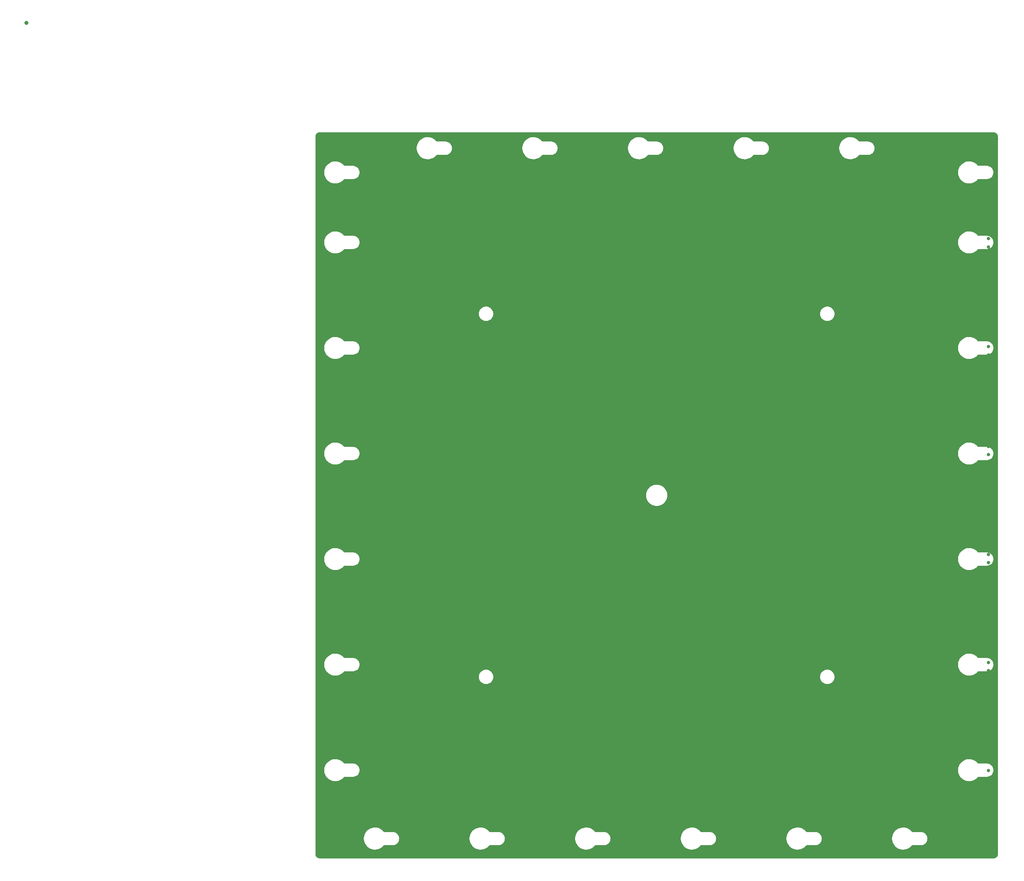
<source format=gbr>
%TF.GenerationSoftware,KiCad,Pcbnew,7.0.9*%
%TF.CreationDate,2024-08-20T15:44:40-06:00*%
%TF.ProjectId,bottom 40k wall,626f7474-6f6d-4203-9430-6b2077616c6c,rev?*%
%TF.SameCoordinates,Original*%
%TF.FileFunction,Copper,L1,Top*%
%TF.FilePolarity,Positive*%
%FSLAX46Y46*%
G04 Gerber Fmt 4.6, Leading zero omitted, Abs format (unit mm)*
G04 Created by KiCad (PCBNEW 7.0.9) date 2024-08-20 15:44:40*
%MOMM*%
%LPD*%
G01*
G04 APERTURE LIST*
%TA.AperFunction,ComponentPad*%
%ADD10C,1.000000*%
%TD*%
%TA.AperFunction,ViaPad*%
%ADD11C,0.800000*%
%TD*%
G04 APERTURE END LIST*
D10*
%TO.P,TP1,1,1*%
%TO.N,GND*%
X-69475000Y27275000D03*
%TD*%
D11*
%TO.N,GND*%
X161800000Y-170600000D03*
X161800000Y-168600000D03*
X161800000Y-166600000D03*
X161800000Y-164600000D03*
X161800000Y-162600000D03*
X161800000Y-160600000D03*
X161800000Y-158600000D03*
X161800000Y-156600000D03*
X161800000Y-154600000D03*
X161800000Y-152600000D03*
X161800000Y-150600000D03*
X161800000Y-148600000D03*
X161800000Y-146600000D03*
X161800000Y-144600000D03*
X161800000Y-142600000D03*
X161800000Y-140600000D03*
X161800000Y-138600000D03*
X161800000Y-136600000D03*
X161800000Y-134600000D03*
X161800000Y-132600000D03*
X161800000Y-130600000D03*
X161800000Y-128600000D03*
X161800000Y-126600000D03*
X161800000Y-124600000D03*
X161800000Y-122600000D03*
X161800000Y-120600000D03*
X161800000Y-118600000D03*
X161800000Y-116600000D03*
X161800000Y-114600000D03*
X161800000Y-112600000D03*
X161800000Y-110600000D03*
X161800000Y-108600000D03*
X161800000Y-106600000D03*
X161800000Y-104600000D03*
X161800000Y-102600000D03*
X161800000Y-100600000D03*
X161800000Y-98600000D03*
X161800000Y-96600000D03*
X161800000Y-94600000D03*
X161800000Y-92600000D03*
X161800000Y-90600000D03*
X161800000Y-88600000D03*
X161800000Y-86600000D03*
X161800000Y-84600000D03*
X161800000Y-82600000D03*
X161800000Y-80600000D03*
X161800000Y-78600000D03*
X161800000Y-76600000D03*
X161800000Y-74600000D03*
X161800000Y-72600000D03*
X161800000Y-70600000D03*
X161800000Y-68600000D03*
X161800000Y-66600000D03*
X161800000Y-64600000D03*
X161800000Y-62600000D03*
X161800000Y-60600000D03*
X161800000Y-58600000D03*
X161800000Y-56600000D03*
X161800000Y-54600000D03*
X161800000Y-52600000D03*
X161800000Y-50600000D03*
X161800000Y-48600000D03*
X161800000Y-46600000D03*
X161800000Y-44600000D03*
X161800000Y-42600000D03*
X161800000Y-40600000D03*
X161800000Y-38600000D03*
X161800000Y-36600000D03*
X161800000Y-34600000D03*
X161800000Y-32600000D03*
X161800000Y-30600000D03*
X161800000Y-28600000D03*
X161800000Y-26600000D03*
X161800000Y-24600000D03*
X161800000Y-22600000D03*
X161800000Y-20600000D03*
X161800000Y-18600000D03*
X161800000Y-16600000D03*
X161800000Y-14600000D03*
X161800000Y-12600000D03*
X161800000Y-4600000D03*
X161800000Y-2600000D03*
X161800000Y-170600000D03*
X159800000Y-170600000D03*
X157800000Y-170600000D03*
X155800000Y-170600000D03*
X153800000Y-170600000D03*
X151800000Y-170600000D03*
X149800000Y-170600000D03*
X147800000Y-170600000D03*
X137800000Y-170600000D03*
X135800000Y-170600000D03*
X133800000Y-170600000D03*
X131800000Y-170600000D03*
X129800000Y-170600000D03*
X127800000Y-170600000D03*
X125800000Y-170600000D03*
X123800000Y-170600000D03*
X111800000Y-170600000D03*
X109800000Y-170600000D03*
X107800000Y-170600000D03*
X105800000Y-170600000D03*
X103800000Y-170600000D03*
X101800000Y-170600000D03*
X99800000Y-170600000D03*
X97800000Y-170600000D03*
X85800000Y-170600000D03*
X83800000Y-170600000D03*
X81800000Y-170600000D03*
X79800000Y-170600000D03*
X77800000Y-170600000D03*
X75800000Y-170600000D03*
X73800000Y-170600000D03*
X71800000Y-170600000D03*
X61800000Y-170600000D03*
X59800000Y-170600000D03*
X57800000Y-170600000D03*
X55800000Y-170600000D03*
X53800000Y-170600000D03*
X51800000Y-170600000D03*
X49800000Y-170600000D03*
X47800000Y-170600000D03*
X45800000Y-170600000D03*
X35800000Y-170600000D03*
X33800000Y-170600000D03*
X31800000Y-170600000D03*
X29800000Y-170600000D03*
X27800000Y-170600000D03*
X25800000Y-170600000D03*
X23800000Y-170600000D03*
X21800000Y-170600000D03*
X9800000Y-170600000D03*
X7800000Y-170600000D03*
X5800000Y-170600000D03*
X3800000Y-170600000D03*
X163800000Y-600000D03*
X161800000Y-600000D03*
X159800000Y-600000D03*
X157800000Y-600000D03*
X155800000Y-600000D03*
X153800000Y-600000D03*
X151800000Y-600000D03*
X149800000Y-600000D03*
X147800000Y-600000D03*
X145800000Y-600000D03*
X143800000Y-600000D03*
X141800000Y-600000D03*
X139800000Y-600000D03*
X137800000Y-600000D03*
X135800000Y-600000D03*
X133800000Y-600000D03*
X125800000Y-600000D03*
X123800000Y-600000D03*
X121800000Y-600000D03*
X119800000Y-600000D03*
X117800000Y-600000D03*
X115800000Y-600000D03*
X113800000Y-600000D03*
X111800000Y-600000D03*
X109800000Y-600000D03*
X99800000Y-600000D03*
X97800000Y-600000D03*
X95800000Y-600000D03*
X93800000Y-600000D03*
X91800000Y-600000D03*
X89800000Y-600000D03*
X87800000Y-600000D03*
X85800000Y-600000D03*
X83800000Y-600000D03*
X81800000Y-600000D03*
X73800000Y-600000D03*
X71800000Y-600000D03*
X69800000Y-600000D03*
X67800000Y-600000D03*
X65800000Y-600000D03*
X63800000Y-600000D03*
X61800000Y-600000D03*
X59800000Y-600000D03*
X57800000Y-600000D03*
X47800000Y-600000D03*
X45800000Y-600000D03*
X43800000Y-600000D03*
X41800000Y-600000D03*
X39800000Y-600000D03*
X37800000Y-600000D03*
X35800000Y-600000D03*
X33800000Y-600000D03*
X31800000Y-600000D03*
X23800000Y-600000D03*
X21800000Y-600000D03*
X19800000Y-600000D03*
X17800000Y-600000D03*
X15800000Y-600000D03*
X13800000Y-600000D03*
X11800000Y-600000D03*
X9800000Y-600000D03*
X7800000Y-600000D03*
X5800000Y-600000D03*
X3800000Y-600000D03*
X1800000Y-170600000D03*
X1800000Y-168600000D03*
X1800000Y-166600000D03*
X1800000Y-164600000D03*
X1800000Y-162600000D03*
X1800000Y-160600000D03*
X1800000Y-158600000D03*
X1800000Y-156600000D03*
X1800000Y-150600000D03*
X1800000Y-148600000D03*
X1800000Y-146600000D03*
X1800000Y-144600000D03*
X1800000Y-142600000D03*
X1800000Y-140600000D03*
X1800000Y-138600000D03*
X1800000Y-136600000D03*
X1800000Y-134600000D03*
X1800000Y-132600000D03*
X1800000Y-130600000D03*
X1800000Y-124600000D03*
X1800000Y-122600000D03*
X1800000Y-120600000D03*
X1800000Y-118600000D03*
X1800000Y-116600000D03*
X1800000Y-114600000D03*
X1800000Y-112600000D03*
X1800000Y-110600000D03*
X1800000Y-108600000D03*
X1800000Y-106600000D03*
X1800000Y-104600000D03*
X1800000Y-98600000D03*
X1800000Y-96600000D03*
X1800000Y-94600000D03*
X1800000Y-92600000D03*
X1800000Y-90600000D03*
X1800000Y-88600000D03*
X1800000Y-86600000D03*
X1800000Y-84600000D03*
X1800000Y-82600000D03*
X1800000Y-80600000D03*
X1800000Y-72600000D03*
X1800000Y-70600000D03*
X1800000Y-68600000D03*
X1800000Y-66600000D03*
X1800000Y-64600000D03*
X1800000Y-62600000D03*
X1800000Y-60600000D03*
X1800000Y-58600000D03*
X1800000Y-56600000D03*
X1800000Y-54600000D03*
X1800000Y-48600000D03*
X1800000Y-46600000D03*
X1800000Y-44600000D03*
X1800000Y-42600000D03*
X1800000Y-40600000D03*
X1800000Y-38600000D03*
X1800000Y-36600000D03*
X1800000Y-34600000D03*
X1800000Y-32600000D03*
X1800000Y-30600000D03*
X1800000Y-28600000D03*
X1800000Y-22600000D03*
X1800000Y-20600000D03*
X1800000Y-18600000D03*
X1800000Y-16600000D03*
X1800000Y-14600000D03*
X1800000Y-12600000D03*
X1800000Y-4600000D03*
X1800000Y-2600000D03*
X1800000Y-600000D03*
%TD*%
%TA.AperFunction,Conductor*%
%TO.N,GND*%
G36*
X163102696Y999264D02*
G01*
X163104789Y999080D01*
X163145445Y995523D01*
X163271760Y983082D01*
X163291699Y979454D01*
X163358330Y961601D01*
X163451563Y933318D01*
X163467971Y927040D01*
X163535367Y895614D01*
X163538393Y894101D01*
X163622327Y849236D01*
X163628667Y845341D01*
X163694828Y799015D01*
X163698600Y796154D01*
X163770808Y736895D01*
X163775320Y732806D01*
X163832806Y675320D01*
X163836895Y670808D01*
X163896154Y598600D01*
X163899015Y594828D01*
X163945341Y528667D01*
X163949236Y522327D01*
X163994101Y438393D01*
X163995614Y435367D01*
X164027040Y367971D01*
X164033318Y351563D01*
X164061601Y258330D01*
X164079454Y191699D01*
X164083082Y171760D01*
X164095523Y45445D01*
X164099264Y2698D01*
X164099500Y-2710D01*
X164099500Y-172742289D01*
X164099264Y-172747697D01*
X164095523Y-172790445D01*
X164083082Y-172916760D01*
X164079454Y-172936699D01*
X164061601Y-173003330D01*
X164033318Y-173096563D01*
X164027040Y-173112971D01*
X163995614Y-173180367D01*
X163994101Y-173183393D01*
X163949236Y-173267327D01*
X163945341Y-173273667D01*
X163899015Y-173339828D01*
X163896154Y-173343600D01*
X163836895Y-173415808D01*
X163832806Y-173420320D01*
X163775320Y-173477806D01*
X163770808Y-173481895D01*
X163698600Y-173541154D01*
X163694828Y-173544015D01*
X163628667Y-173590341D01*
X163622327Y-173594236D01*
X163538393Y-173639101D01*
X163535367Y-173640614D01*
X163467971Y-173672040D01*
X163451563Y-173678318D01*
X163358330Y-173706601D01*
X163291699Y-173724454D01*
X163271760Y-173728082D01*
X163145445Y-173740523D01*
X163104789Y-173744080D01*
X163102696Y-173744264D01*
X163097290Y-173744500D01*
X1002710Y-173744500D01*
X997303Y-173744264D01*
X995015Y-173744063D01*
X954554Y-173740523D01*
X828238Y-173728082D01*
X808299Y-173724454D01*
X741669Y-173706601D01*
X648435Y-173678319D01*
X632027Y-173672040D01*
X583433Y-173649381D01*
X564618Y-173640607D01*
X561605Y-173639101D01*
X477671Y-173594236D01*
X471331Y-173590341D01*
X405170Y-173544015D01*
X401398Y-173541154D01*
X329190Y-173481895D01*
X324688Y-173477815D01*
X267182Y-173420309D01*
X263103Y-173415808D01*
X203844Y-173343600D01*
X200983Y-173339828D01*
X154657Y-173273667D01*
X150762Y-173267327D01*
X125982Y-173220969D01*
X105888Y-173183375D01*
X104406Y-173180411D01*
X72958Y-173112971D01*
X66682Y-173096570D01*
X38398Y-173003330D01*
X20541Y-172936685D01*
X16918Y-172916771D01*
X4482Y-172790519D01*
X735Y-172747695D01*
X500Y-172742293D01*
X500Y-169140403D01*
X11662037Y-169140403D01*
X11699532Y-169453975D01*
X11699535Y-169453989D01*
X11773996Y-169760890D01*
X11884372Y-170056784D01*
X11884374Y-170056788D01*
X12029102Y-170337485D01*
X12186832Y-170570499D01*
X12206135Y-170599014D01*
X12412966Y-170837672D01*
X12646675Y-171050089D01*
X12903931Y-171233237D01*
X12903947Y-171233248D01*
X13014533Y-171293615D01*
X13181143Y-171384566D01*
X13474349Y-171501903D01*
X13474354Y-171501905D01*
X13623407Y-171541820D01*
X13779411Y-171583597D01*
X14092016Y-171628493D01*
X14281450Y-171632969D01*
X14407732Y-171635954D01*
X14407740Y-171635954D01*
X14407744Y-171635954D01*
X14634408Y-171614268D01*
X14722117Y-171605877D01*
X15030698Y-171538685D01*
X15329119Y-171435330D01*
X15613158Y-171297274D01*
X15878795Y-171126471D01*
X16041114Y-170992380D01*
X16122271Y-170925338D01*
X16122274Y-170925335D01*
X16340149Y-170696714D01*
X16397427Y-170620192D01*
X16453357Y-170578320D01*
X16496696Y-170570500D01*
X18669003Y-170570500D01*
X18669004Y-170570500D01*
X18669011Y-170570499D01*
X18904349Y-170535028D01*
X18904350Y-170535027D01*
X18904354Y-170535027D01*
X19131788Y-170464873D01*
X19346227Y-170361605D01*
X19542878Y-170227530D01*
X19717351Y-170065643D01*
X19865746Y-169879561D01*
X19984751Y-169673439D01*
X20071705Y-169451884D01*
X20124667Y-169219843D01*
X20130620Y-169140403D01*
X37062037Y-169140403D01*
X37099532Y-169453975D01*
X37099535Y-169453989D01*
X37173996Y-169760890D01*
X37284372Y-170056784D01*
X37284374Y-170056788D01*
X37429102Y-170337485D01*
X37586832Y-170570499D01*
X37606135Y-170599014D01*
X37812966Y-170837672D01*
X38046675Y-171050089D01*
X38303931Y-171233237D01*
X38303947Y-171233248D01*
X38414533Y-171293615D01*
X38581143Y-171384566D01*
X38874349Y-171501903D01*
X38874354Y-171501905D01*
X39023407Y-171541820D01*
X39179411Y-171583597D01*
X39492016Y-171628493D01*
X39681450Y-171632969D01*
X39807732Y-171635954D01*
X39807740Y-171635954D01*
X39807744Y-171635954D01*
X40034408Y-171614268D01*
X40122117Y-171605877D01*
X40430698Y-171538685D01*
X40729119Y-171435330D01*
X41013158Y-171297274D01*
X41278795Y-171126471D01*
X41441114Y-170992380D01*
X41522271Y-170925338D01*
X41522274Y-170925335D01*
X41740149Y-170696714D01*
X41797427Y-170620192D01*
X41853357Y-170578320D01*
X41896696Y-170570500D01*
X44069003Y-170570500D01*
X44069004Y-170570500D01*
X44069011Y-170570499D01*
X44304349Y-170535028D01*
X44304350Y-170535027D01*
X44304354Y-170535027D01*
X44531788Y-170464873D01*
X44746227Y-170361605D01*
X44942878Y-170227530D01*
X45117351Y-170065643D01*
X45265746Y-169879561D01*
X45384751Y-169673439D01*
X45471705Y-169451884D01*
X45524667Y-169219843D01*
X45530620Y-169140403D01*
X62462037Y-169140403D01*
X62499532Y-169453975D01*
X62499535Y-169453989D01*
X62573996Y-169760890D01*
X62684372Y-170056784D01*
X62684374Y-170056788D01*
X62829102Y-170337485D01*
X62986832Y-170570499D01*
X63006135Y-170599014D01*
X63212966Y-170837672D01*
X63446675Y-171050089D01*
X63703931Y-171233237D01*
X63703947Y-171233248D01*
X63814533Y-171293615D01*
X63981143Y-171384566D01*
X64274349Y-171501903D01*
X64274354Y-171501905D01*
X64423407Y-171541820D01*
X64579411Y-171583597D01*
X64892016Y-171628493D01*
X65081450Y-171632969D01*
X65207732Y-171635954D01*
X65207740Y-171635954D01*
X65207744Y-171635954D01*
X65434408Y-171614268D01*
X65522117Y-171605877D01*
X65830698Y-171538685D01*
X66129119Y-171435330D01*
X66413158Y-171297274D01*
X66678795Y-171126471D01*
X66841114Y-170992380D01*
X66922271Y-170925338D01*
X66922274Y-170925335D01*
X67140149Y-170696714D01*
X67197427Y-170620192D01*
X67253357Y-170578320D01*
X67296696Y-170570500D01*
X69469003Y-170570500D01*
X69469004Y-170570500D01*
X69469011Y-170570499D01*
X69704349Y-170535028D01*
X69704350Y-170535027D01*
X69704354Y-170535027D01*
X69931788Y-170464873D01*
X70146227Y-170361605D01*
X70342878Y-170227530D01*
X70517351Y-170065643D01*
X70665746Y-169879561D01*
X70784751Y-169673439D01*
X70871705Y-169451884D01*
X70924667Y-169219843D01*
X70930620Y-169140403D01*
X87862037Y-169140403D01*
X87899532Y-169453975D01*
X87899535Y-169453989D01*
X87973996Y-169760890D01*
X88084372Y-170056784D01*
X88084374Y-170056788D01*
X88229102Y-170337485D01*
X88386832Y-170570499D01*
X88406135Y-170599014D01*
X88612966Y-170837672D01*
X88846675Y-171050089D01*
X89103931Y-171233237D01*
X89103947Y-171233248D01*
X89214533Y-171293615D01*
X89381143Y-171384566D01*
X89674349Y-171501903D01*
X89674354Y-171501905D01*
X89823407Y-171541820D01*
X89979411Y-171583597D01*
X90292016Y-171628493D01*
X90481450Y-171632969D01*
X90607732Y-171635954D01*
X90607740Y-171635954D01*
X90607744Y-171635954D01*
X90834408Y-171614268D01*
X90922117Y-171605877D01*
X91230698Y-171538685D01*
X91529119Y-171435330D01*
X91813158Y-171297274D01*
X92078795Y-171126471D01*
X92241114Y-170992380D01*
X92322271Y-170925338D01*
X92322274Y-170925335D01*
X92540149Y-170696714D01*
X92597427Y-170620192D01*
X92653357Y-170578320D01*
X92696696Y-170570500D01*
X94869003Y-170570500D01*
X94869004Y-170570500D01*
X94869011Y-170570499D01*
X95104349Y-170535028D01*
X95104350Y-170535027D01*
X95104354Y-170535027D01*
X95331788Y-170464873D01*
X95546227Y-170361605D01*
X95742878Y-170227530D01*
X95917351Y-170065643D01*
X96065746Y-169879561D01*
X96184751Y-169673439D01*
X96271705Y-169451884D01*
X96324667Y-169219843D01*
X96330620Y-169140403D01*
X113262037Y-169140403D01*
X113299532Y-169453975D01*
X113299535Y-169453989D01*
X113373996Y-169760890D01*
X113484372Y-170056784D01*
X113484374Y-170056788D01*
X113629102Y-170337485D01*
X113786832Y-170570499D01*
X113806135Y-170599014D01*
X114012966Y-170837672D01*
X114246675Y-171050089D01*
X114503931Y-171233237D01*
X114503947Y-171233248D01*
X114614533Y-171293615D01*
X114781143Y-171384566D01*
X115074349Y-171501903D01*
X115074354Y-171501905D01*
X115223407Y-171541820D01*
X115379411Y-171583597D01*
X115692016Y-171628493D01*
X115881450Y-171632969D01*
X116007732Y-171635954D01*
X116007740Y-171635954D01*
X116007744Y-171635954D01*
X116234408Y-171614268D01*
X116322117Y-171605877D01*
X116630698Y-171538685D01*
X116929119Y-171435330D01*
X117213158Y-171297274D01*
X117478795Y-171126471D01*
X117641114Y-170992380D01*
X117722271Y-170925338D01*
X117722274Y-170925335D01*
X117940149Y-170696714D01*
X117997427Y-170620192D01*
X118053357Y-170578320D01*
X118096696Y-170570500D01*
X120269003Y-170570500D01*
X120269004Y-170570500D01*
X120269011Y-170570499D01*
X120504349Y-170535028D01*
X120504350Y-170535027D01*
X120504354Y-170535027D01*
X120731788Y-170464873D01*
X120946227Y-170361605D01*
X121142878Y-170227530D01*
X121317351Y-170065643D01*
X121465746Y-169879561D01*
X121584751Y-169673439D01*
X121671705Y-169451884D01*
X121724667Y-169219843D01*
X121730620Y-169140403D01*
X138662037Y-169140403D01*
X138699532Y-169453975D01*
X138699535Y-169453989D01*
X138773996Y-169760890D01*
X138884372Y-170056784D01*
X138884374Y-170056788D01*
X139029102Y-170337485D01*
X139186832Y-170570499D01*
X139206135Y-170599014D01*
X139412966Y-170837672D01*
X139646675Y-171050089D01*
X139903931Y-171233237D01*
X139903947Y-171233248D01*
X140014533Y-171293615D01*
X140181143Y-171384566D01*
X140474349Y-171501903D01*
X140474354Y-171501905D01*
X140623407Y-171541820D01*
X140779411Y-171583597D01*
X141092016Y-171628493D01*
X141281450Y-171632969D01*
X141407732Y-171635954D01*
X141407740Y-171635954D01*
X141407744Y-171635954D01*
X141634408Y-171614268D01*
X141722117Y-171605877D01*
X142030698Y-171538685D01*
X142329119Y-171435330D01*
X142613158Y-171297274D01*
X142878795Y-171126471D01*
X143041114Y-170992380D01*
X143122271Y-170925338D01*
X143122274Y-170925335D01*
X143340149Y-170696714D01*
X143397427Y-170620192D01*
X143453357Y-170578320D01*
X143496696Y-170570500D01*
X145669003Y-170570500D01*
X145669004Y-170570500D01*
X145669011Y-170570499D01*
X145904349Y-170535028D01*
X145904350Y-170535027D01*
X145904354Y-170535027D01*
X146131788Y-170464873D01*
X146346227Y-170361605D01*
X146542878Y-170227530D01*
X146717351Y-170065643D01*
X146865746Y-169879561D01*
X146984751Y-169673439D01*
X147071705Y-169451884D01*
X147124667Y-169219843D01*
X147142453Y-168982500D01*
X147124667Y-168745157D01*
X147071705Y-168513116D01*
X146984751Y-168291561D01*
X146984750Y-168291560D01*
X146984751Y-168291560D01*
X146925537Y-168189000D01*
X146865746Y-168085439D01*
X146717351Y-167899357D01*
X146717350Y-167899356D01*
X146717347Y-167899352D01*
X146542878Y-167737470D01*
X146346227Y-167603395D01*
X146346223Y-167603393D01*
X146346220Y-167603391D01*
X146346219Y-167603390D01*
X146131790Y-167500128D01*
X146131792Y-167500128D01*
X145904355Y-167429973D01*
X145904349Y-167429971D01*
X145669011Y-167394500D01*
X145669004Y-167394500D01*
X145550099Y-167394500D01*
X143496696Y-167394500D01*
X143429657Y-167374815D01*
X143397428Y-167344808D01*
X143340149Y-167268286D01*
X143205816Y-167127327D01*
X143122271Y-167039661D01*
X142878801Y-166838534D01*
X142878795Y-166838529D01*
X142613158Y-166667726D01*
X142613157Y-166667725D01*
X142613153Y-166667723D01*
X142329127Y-166529673D01*
X142329120Y-166529670D01*
X142329119Y-166529670D01*
X142030698Y-166426315D01*
X142030695Y-166426314D01*
X142030694Y-166426314D01*
X142030687Y-166426312D01*
X141722117Y-166359123D01*
X141722105Y-166359121D01*
X141407738Y-166329045D01*
X141092028Y-166336506D01*
X141092016Y-166336507D01*
X140779411Y-166381403D01*
X140779409Y-166381403D01*
X140779405Y-166381404D01*
X140474354Y-166463094D01*
X140181144Y-166580433D01*
X139903947Y-166731751D01*
X139903931Y-166731762D01*
X139646675Y-166914910D01*
X139412966Y-167127327D01*
X139206135Y-167365985D01*
X139029104Y-167627511D01*
X138884375Y-167908209D01*
X138884372Y-167908215D01*
X138773996Y-168204109D01*
X138699535Y-168511010D01*
X138699532Y-168511024D01*
X138662037Y-168824596D01*
X138662037Y-169140403D01*
X121730620Y-169140403D01*
X121742453Y-168982500D01*
X121724667Y-168745157D01*
X121671705Y-168513116D01*
X121584751Y-168291561D01*
X121584750Y-168291560D01*
X121584751Y-168291560D01*
X121525537Y-168189000D01*
X121465746Y-168085439D01*
X121317351Y-167899357D01*
X121317350Y-167899356D01*
X121317347Y-167899352D01*
X121142878Y-167737470D01*
X120946227Y-167603395D01*
X120946223Y-167603393D01*
X120946220Y-167603391D01*
X120946219Y-167603390D01*
X120731790Y-167500128D01*
X120731792Y-167500128D01*
X120504355Y-167429973D01*
X120504349Y-167429971D01*
X120269011Y-167394500D01*
X120269004Y-167394500D01*
X120150099Y-167394500D01*
X118096696Y-167394500D01*
X118029657Y-167374815D01*
X117997428Y-167344808D01*
X117940149Y-167268286D01*
X117805816Y-167127327D01*
X117722271Y-167039661D01*
X117478801Y-166838534D01*
X117478795Y-166838529D01*
X117213158Y-166667726D01*
X117213157Y-166667725D01*
X117213153Y-166667723D01*
X116929127Y-166529673D01*
X116929120Y-166529670D01*
X116929119Y-166529670D01*
X116630698Y-166426315D01*
X116630695Y-166426314D01*
X116630694Y-166426314D01*
X116630687Y-166426312D01*
X116322117Y-166359123D01*
X116322105Y-166359121D01*
X116007738Y-166329045D01*
X115692028Y-166336506D01*
X115692016Y-166336507D01*
X115379411Y-166381403D01*
X115379409Y-166381403D01*
X115379405Y-166381404D01*
X115074354Y-166463094D01*
X114781144Y-166580433D01*
X114503947Y-166731751D01*
X114503931Y-166731762D01*
X114246675Y-166914910D01*
X114012966Y-167127327D01*
X113806135Y-167365985D01*
X113629104Y-167627511D01*
X113484375Y-167908209D01*
X113484372Y-167908215D01*
X113373996Y-168204109D01*
X113299535Y-168511010D01*
X113299532Y-168511024D01*
X113262037Y-168824596D01*
X113262037Y-169140403D01*
X96330620Y-169140403D01*
X96342453Y-168982500D01*
X96324667Y-168745157D01*
X96271705Y-168513116D01*
X96184751Y-168291561D01*
X96184750Y-168291560D01*
X96184751Y-168291560D01*
X96125537Y-168189000D01*
X96065746Y-168085439D01*
X95917351Y-167899357D01*
X95917350Y-167899356D01*
X95917347Y-167899352D01*
X95742878Y-167737470D01*
X95546227Y-167603395D01*
X95546223Y-167603393D01*
X95546220Y-167603391D01*
X95546219Y-167603390D01*
X95331790Y-167500128D01*
X95331792Y-167500128D01*
X95104355Y-167429973D01*
X95104349Y-167429971D01*
X94869011Y-167394500D01*
X94869004Y-167394500D01*
X94750099Y-167394500D01*
X92696696Y-167394500D01*
X92629657Y-167374815D01*
X92597428Y-167344808D01*
X92540149Y-167268286D01*
X92405816Y-167127327D01*
X92322271Y-167039661D01*
X92078801Y-166838534D01*
X92078795Y-166838529D01*
X91813158Y-166667726D01*
X91813157Y-166667725D01*
X91813153Y-166667723D01*
X91529127Y-166529673D01*
X91529120Y-166529670D01*
X91529119Y-166529670D01*
X91230698Y-166426315D01*
X91230695Y-166426314D01*
X91230694Y-166426314D01*
X91230687Y-166426312D01*
X90922117Y-166359123D01*
X90922105Y-166359121D01*
X90607738Y-166329045D01*
X90292028Y-166336506D01*
X90292016Y-166336507D01*
X89979411Y-166381403D01*
X89979409Y-166381403D01*
X89979405Y-166381404D01*
X89674354Y-166463094D01*
X89381144Y-166580433D01*
X89103947Y-166731751D01*
X89103931Y-166731762D01*
X88846675Y-166914910D01*
X88612966Y-167127327D01*
X88406135Y-167365985D01*
X88229104Y-167627511D01*
X88084375Y-167908209D01*
X88084372Y-167908215D01*
X87973996Y-168204109D01*
X87899535Y-168511010D01*
X87899532Y-168511024D01*
X87862037Y-168824596D01*
X87862037Y-169140403D01*
X70930620Y-169140403D01*
X70942453Y-168982500D01*
X70924667Y-168745157D01*
X70871705Y-168513116D01*
X70784751Y-168291561D01*
X70784750Y-168291560D01*
X70784751Y-168291560D01*
X70725537Y-168189000D01*
X70665746Y-168085439D01*
X70517351Y-167899357D01*
X70517350Y-167899356D01*
X70517347Y-167899352D01*
X70342878Y-167737470D01*
X70146227Y-167603395D01*
X70146223Y-167603393D01*
X70146220Y-167603391D01*
X70146219Y-167603390D01*
X69931790Y-167500128D01*
X69931792Y-167500128D01*
X69704355Y-167429973D01*
X69704349Y-167429971D01*
X69469011Y-167394500D01*
X69469004Y-167394500D01*
X69350099Y-167394500D01*
X67296696Y-167394500D01*
X67229657Y-167374815D01*
X67197428Y-167344808D01*
X67140149Y-167268286D01*
X67005816Y-167127327D01*
X66922271Y-167039661D01*
X66678801Y-166838534D01*
X66678795Y-166838529D01*
X66413158Y-166667726D01*
X66413157Y-166667725D01*
X66413153Y-166667723D01*
X66129127Y-166529673D01*
X66129120Y-166529670D01*
X66129119Y-166529670D01*
X65830698Y-166426315D01*
X65830695Y-166426314D01*
X65830694Y-166426314D01*
X65830687Y-166426312D01*
X65522117Y-166359123D01*
X65522105Y-166359121D01*
X65207738Y-166329045D01*
X64892028Y-166336506D01*
X64892016Y-166336507D01*
X64579411Y-166381403D01*
X64579409Y-166381403D01*
X64579405Y-166381404D01*
X64274354Y-166463094D01*
X63981144Y-166580433D01*
X63703947Y-166731751D01*
X63703931Y-166731762D01*
X63446675Y-166914910D01*
X63212966Y-167127327D01*
X63006135Y-167365985D01*
X62829104Y-167627511D01*
X62684375Y-167908209D01*
X62684372Y-167908215D01*
X62573996Y-168204109D01*
X62499535Y-168511010D01*
X62499532Y-168511024D01*
X62462037Y-168824596D01*
X62462037Y-169140403D01*
X45530620Y-169140403D01*
X45542453Y-168982500D01*
X45524667Y-168745157D01*
X45471705Y-168513116D01*
X45384751Y-168291561D01*
X45384750Y-168291560D01*
X45384751Y-168291560D01*
X45325537Y-168189000D01*
X45265746Y-168085439D01*
X45117351Y-167899357D01*
X45117350Y-167899356D01*
X45117347Y-167899352D01*
X44942878Y-167737470D01*
X44746227Y-167603395D01*
X44746223Y-167603393D01*
X44746220Y-167603391D01*
X44746219Y-167603390D01*
X44531790Y-167500128D01*
X44531792Y-167500128D01*
X44304355Y-167429973D01*
X44304349Y-167429971D01*
X44069011Y-167394500D01*
X44069004Y-167394500D01*
X43950099Y-167394500D01*
X41896696Y-167394500D01*
X41829657Y-167374815D01*
X41797428Y-167344808D01*
X41740149Y-167268286D01*
X41605816Y-167127327D01*
X41522271Y-167039661D01*
X41278801Y-166838534D01*
X41278795Y-166838529D01*
X41013158Y-166667726D01*
X41013157Y-166667725D01*
X41013153Y-166667723D01*
X40729127Y-166529673D01*
X40729120Y-166529670D01*
X40729119Y-166529670D01*
X40430698Y-166426315D01*
X40430695Y-166426314D01*
X40430694Y-166426314D01*
X40430687Y-166426312D01*
X40122117Y-166359123D01*
X40122105Y-166359121D01*
X39807738Y-166329045D01*
X39492028Y-166336506D01*
X39492016Y-166336507D01*
X39179411Y-166381403D01*
X39179409Y-166381403D01*
X39179405Y-166381404D01*
X38874354Y-166463094D01*
X38581144Y-166580433D01*
X38303947Y-166731751D01*
X38303931Y-166731762D01*
X38046675Y-166914910D01*
X37812966Y-167127327D01*
X37606135Y-167365985D01*
X37429104Y-167627511D01*
X37284375Y-167908209D01*
X37284372Y-167908215D01*
X37173996Y-168204109D01*
X37099535Y-168511010D01*
X37099532Y-168511024D01*
X37062037Y-168824596D01*
X37062037Y-169140403D01*
X20130620Y-169140403D01*
X20142453Y-168982500D01*
X20124667Y-168745157D01*
X20071705Y-168513116D01*
X19984751Y-168291561D01*
X19984750Y-168291560D01*
X19984751Y-168291560D01*
X19925537Y-168189000D01*
X19865746Y-168085439D01*
X19717351Y-167899357D01*
X19717350Y-167899356D01*
X19717347Y-167899352D01*
X19542878Y-167737470D01*
X19346227Y-167603395D01*
X19346223Y-167603393D01*
X19346220Y-167603391D01*
X19346219Y-167603390D01*
X19131790Y-167500128D01*
X19131792Y-167500128D01*
X18904355Y-167429973D01*
X18904349Y-167429971D01*
X18669011Y-167394500D01*
X18669004Y-167394500D01*
X18550099Y-167394500D01*
X16496696Y-167394500D01*
X16429657Y-167374815D01*
X16397428Y-167344808D01*
X16340149Y-167268286D01*
X16205816Y-167127327D01*
X16122271Y-167039661D01*
X15878801Y-166838534D01*
X15878795Y-166838529D01*
X15613158Y-166667726D01*
X15613157Y-166667725D01*
X15613153Y-166667723D01*
X15329127Y-166529673D01*
X15329120Y-166529670D01*
X15329119Y-166529670D01*
X15030698Y-166426315D01*
X15030695Y-166426314D01*
X15030694Y-166426314D01*
X15030687Y-166426312D01*
X14722117Y-166359123D01*
X14722105Y-166359121D01*
X14407738Y-166329045D01*
X14092028Y-166336506D01*
X14092016Y-166336507D01*
X13779411Y-166381403D01*
X13779409Y-166381403D01*
X13779405Y-166381404D01*
X13474354Y-166463094D01*
X13181144Y-166580433D01*
X12903947Y-166731751D01*
X12903931Y-166731762D01*
X12646675Y-166914910D01*
X12412966Y-167127327D01*
X12206135Y-167365985D01*
X12029104Y-167627511D01*
X11884375Y-167908209D01*
X11884372Y-167908215D01*
X11773996Y-168204109D01*
X11699535Y-168511010D01*
X11699532Y-168511024D01*
X11662037Y-168824596D01*
X11662037Y-169140403D01*
X500Y-169140403D01*
X500Y-152677903D01*
X2137037Y-152677903D01*
X2174532Y-152991475D01*
X2174535Y-152991489D01*
X2248996Y-153298390D01*
X2359372Y-153594284D01*
X2359374Y-153594288D01*
X2504102Y-153874985D01*
X2661832Y-154107999D01*
X2681135Y-154136514D01*
X2887966Y-154375172D01*
X3121675Y-154587589D01*
X3378931Y-154770737D01*
X3378947Y-154770748D01*
X3489533Y-154831115D01*
X3656143Y-154922066D01*
X3949349Y-155039403D01*
X3949354Y-155039405D01*
X4098407Y-155079320D01*
X4254411Y-155121097D01*
X4567016Y-155165993D01*
X4756450Y-155170469D01*
X4882732Y-155173454D01*
X4882740Y-155173454D01*
X4882744Y-155173454D01*
X5109408Y-155151768D01*
X5197117Y-155143377D01*
X5505698Y-155076185D01*
X5804119Y-154972830D01*
X6088158Y-154834774D01*
X6353795Y-154663971D01*
X6516114Y-154529880D01*
X6597271Y-154462838D01*
X6597274Y-154462835D01*
X6815149Y-154234214D01*
X6872427Y-154157692D01*
X6928357Y-154115820D01*
X6971696Y-154108000D01*
X9144003Y-154108000D01*
X9144004Y-154108000D01*
X9144011Y-154107999D01*
X9379349Y-154072528D01*
X9379350Y-154072527D01*
X9379354Y-154072527D01*
X9606788Y-154002373D01*
X9821227Y-153899105D01*
X10017878Y-153765030D01*
X10192351Y-153603143D01*
X10340746Y-153417061D01*
X10459751Y-153210939D01*
X10546705Y-152989384D01*
X10599667Y-152757343D01*
X10605620Y-152677903D01*
X154537037Y-152677903D01*
X154574532Y-152991475D01*
X154574535Y-152991489D01*
X154648996Y-153298390D01*
X154759372Y-153594284D01*
X154759374Y-153594288D01*
X154904102Y-153874985D01*
X155061832Y-154107999D01*
X155081135Y-154136514D01*
X155287966Y-154375172D01*
X155521675Y-154587589D01*
X155778931Y-154770737D01*
X155778947Y-154770748D01*
X155889533Y-154831115D01*
X156056143Y-154922066D01*
X156349349Y-155039403D01*
X156349354Y-155039405D01*
X156498407Y-155079320D01*
X156654411Y-155121097D01*
X156967016Y-155165993D01*
X157156450Y-155170469D01*
X157282732Y-155173454D01*
X157282740Y-155173454D01*
X157282744Y-155173454D01*
X157509408Y-155151768D01*
X157597117Y-155143377D01*
X157905698Y-155076185D01*
X158204119Y-154972830D01*
X158488158Y-154834774D01*
X158753795Y-154663971D01*
X158916114Y-154529880D01*
X158997271Y-154462838D01*
X158997274Y-154462835D01*
X159215149Y-154234214D01*
X159272427Y-154157692D01*
X159328357Y-154115820D01*
X159371696Y-154108000D01*
X161544003Y-154108000D01*
X161544004Y-154108000D01*
X161544011Y-154107999D01*
X161779349Y-154072528D01*
X161779350Y-154072527D01*
X161779354Y-154072527D01*
X162006788Y-154002373D01*
X162221227Y-153899105D01*
X162417878Y-153765030D01*
X162592351Y-153603143D01*
X162740746Y-153417061D01*
X162859751Y-153210939D01*
X162946705Y-152989384D01*
X162999667Y-152757343D01*
X163017453Y-152520000D01*
X162999667Y-152282657D01*
X162946705Y-152050616D01*
X162859751Y-151829061D01*
X162859750Y-151829060D01*
X162859751Y-151829060D01*
X162800537Y-151726500D01*
X162740746Y-151622939D01*
X162592351Y-151436857D01*
X162592350Y-151436856D01*
X162592347Y-151436852D01*
X162417878Y-151274970D01*
X162221227Y-151140895D01*
X162221223Y-151140893D01*
X162221220Y-151140891D01*
X162221219Y-151140890D01*
X162006790Y-151037628D01*
X162006792Y-151037628D01*
X161779355Y-150967473D01*
X161779349Y-150967471D01*
X161544011Y-150932000D01*
X161544004Y-150932000D01*
X161425099Y-150932000D01*
X159371696Y-150932000D01*
X159304657Y-150912315D01*
X159272428Y-150882308D01*
X159215149Y-150805786D01*
X159080816Y-150664827D01*
X158997271Y-150577161D01*
X158753801Y-150376034D01*
X158753795Y-150376029D01*
X158488158Y-150205226D01*
X158488157Y-150205225D01*
X158488153Y-150205223D01*
X158204127Y-150067173D01*
X158204120Y-150067170D01*
X158204119Y-150067170D01*
X157905698Y-149963815D01*
X157905695Y-149963814D01*
X157905694Y-149963814D01*
X157905687Y-149963812D01*
X157597117Y-149896623D01*
X157597105Y-149896621D01*
X157282738Y-149866545D01*
X156967028Y-149874006D01*
X156967016Y-149874007D01*
X156654411Y-149918903D01*
X156654409Y-149918903D01*
X156654405Y-149918904D01*
X156349354Y-150000594D01*
X156056144Y-150117933D01*
X155778947Y-150269251D01*
X155778931Y-150269262D01*
X155521675Y-150452410D01*
X155287966Y-150664827D01*
X155081135Y-150903485D01*
X154904104Y-151165011D01*
X154759375Y-151445709D01*
X154759372Y-151445715D01*
X154648996Y-151741609D01*
X154574535Y-152048510D01*
X154574532Y-152048524D01*
X154537037Y-152362096D01*
X154537037Y-152677903D01*
X10605620Y-152677903D01*
X10617453Y-152520000D01*
X10599667Y-152282657D01*
X10546705Y-152050616D01*
X10459751Y-151829061D01*
X10459750Y-151829060D01*
X10459751Y-151829060D01*
X10400537Y-151726500D01*
X10340746Y-151622939D01*
X10192351Y-151436857D01*
X10192350Y-151436856D01*
X10192347Y-151436852D01*
X10017878Y-151274970D01*
X9920764Y-151208759D01*
X9821226Y-151140895D01*
X9821222Y-151140893D01*
X9821219Y-151140891D01*
X9821217Y-151140890D01*
X9606790Y-151037628D01*
X9606792Y-151037628D01*
X9379355Y-150967473D01*
X9379349Y-150967471D01*
X9144011Y-150932000D01*
X9144004Y-150932000D01*
X9025099Y-150932000D01*
X6971696Y-150932000D01*
X6904657Y-150912315D01*
X6872428Y-150882308D01*
X6815149Y-150805786D01*
X6680816Y-150664827D01*
X6597271Y-150577161D01*
X6353801Y-150376034D01*
X6353795Y-150376029D01*
X6088158Y-150205226D01*
X6088157Y-150205225D01*
X6088153Y-150205223D01*
X5804127Y-150067173D01*
X5804120Y-150067170D01*
X5804119Y-150067170D01*
X5505698Y-149963815D01*
X5505695Y-149963814D01*
X5505694Y-149963814D01*
X5505687Y-149963812D01*
X5197117Y-149896623D01*
X5197105Y-149896621D01*
X4882738Y-149866545D01*
X4567028Y-149874006D01*
X4567016Y-149874007D01*
X4254411Y-149918903D01*
X4254409Y-149918903D01*
X4254405Y-149918904D01*
X3949354Y-150000594D01*
X3656144Y-150117933D01*
X3378947Y-150269251D01*
X3378931Y-150269262D01*
X3121675Y-150452410D01*
X2887966Y-150664827D01*
X2681135Y-150903485D01*
X2504104Y-151165011D01*
X2359375Y-151445709D01*
X2359372Y-151445715D01*
X2248996Y-151741609D01*
X2174535Y-152048510D01*
X2174532Y-152048524D01*
X2137037Y-152362096D01*
X2137037Y-152677903D01*
X500Y-152677903D01*
X500Y-130058754D01*
X39294662Y-130058754D01*
X39313986Y-130316633D01*
X39313987Y-130316638D01*
X39371532Y-130568762D01*
X39371533Y-130568764D01*
X39371536Y-130568776D01*
X39466019Y-130809516D01*
X39595328Y-131033484D01*
X39673795Y-131131879D01*
X39756575Y-131235683D01*
X39887590Y-131357246D01*
X39946152Y-131411583D01*
X40159831Y-131557267D01*
X40159836Y-131557269D01*
X40159837Y-131557270D01*
X40159838Y-131557271D01*
X40333847Y-131641068D01*
X40392837Y-131669476D01*
X40434730Y-131682398D01*
X40437394Y-131683287D01*
X40441057Y-131684602D01*
X40441063Y-131684605D01*
X40441069Y-131684606D01*
X40441070Y-131684607D01*
X40448584Y-131686672D01*
X40531140Y-131712137D01*
X40639964Y-131745705D01*
X40688243Y-131752981D01*
X40695420Y-131754503D01*
X40696092Y-131754688D01*
X40696101Y-131754689D01*
X40710917Y-131756400D01*
X40857066Y-131778428D01*
X40895692Y-131784250D01*
X40948591Y-131784250D01*
X40955700Y-131784658D01*
X40958831Y-131785020D01*
X40978221Y-131784276D01*
X40978921Y-131784250D01*
X41154307Y-131784250D01*
X41154308Y-131784250D01*
X41210721Y-131775746D01*
X41217570Y-131775102D01*
X41223120Y-131774890D01*
X41246524Y-131770350D01*
X41410036Y-131745705D01*
X41468545Y-131727657D01*
X41474989Y-131726043D01*
X41482766Y-131724535D01*
X41506413Y-131716041D01*
X41509007Y-131715176D01*
X41636192Y-131675944D01*
X41657154Y-131669479D01*
X41657155Y-131669478D01*
X41657163Y-131669476D01*
X41716168Y-131641060D01*
X41722080Y-131638583D01*
X41731682Y-131635135D01*
X41755230Y-131622329D01*
X41757839Y-131620993D01*
X41890169Y-131557267D01*
X41947861Y-131517932D01*
X41953127Y-131514716D01*
X41964034Y-131508786D01*
X41986131Y-131491941D01*
X41988697Y-131490091D01*
X42103848Y-131411583D01*
X42158272Y-131361084D01*
X42162834Y-131357246D01*
X42174375Y-131348449D01*
X42193917Y-131328142D01*
X42196356Y-131325747D01*
X42270323Y-131257116D01*
X42293421Y-131235686D01*
X42293425Y-131235682D01*
X42293425Y-131235681D01*
X42293428Y-131235679D01*
X42342509Y-131174132D01*
X42346285Y-131169823D01*
X42357777Y-131157883D01*
X42373989Y-131134833D01*
X42376169Y-131131923D01*
X42454672Y-131033484D01*
X42496343Y-130961307D01*
X42499295Y-130956686D01*
X42509939Y-130941554D01*
X42522263Y-130916661D01*
X42524107Y-130913218D01*
X42563993Y-130844135D01*
X42583974Y-130809529D01*
X42583975Y-130809525D01*
X42583981Y-130809516D01*
X42616148Y-130727553D01*
X42618275Y-130722752D01*
X42627296Y-130704533D01*
X42635471Y-130678699D01*
X42636847Y-130674813D01*
X42678464Y-130568776D01*
X42699127Y-130478243D01*
X42700458Y-130473350D01*
X42707096Y-130452376D01*
X42711082Y-130426568D01*
X42711904Y-130422264D01*
X42736012Y-130316643D01*
X42743325Y-130219045D01*
X42743870Y-130214290D01*
X42747469Y-130190992D01*
X42748136Y-130156138D01*
X42748298Y-130152692D01*
X42755338Y-130058754D01*
X121344662Y-130058754D01*
X121363986Y-130316633D01*
X121363987Y-130316638D01*
X121421532Y-130568762D01*
X121421533Y-130568764D01*
X121421536Y-130568776D01*
X121516019Y-130809516D01*
X121645328Y-131033484D01*
X121723795Y-131131879D01*
X121806575Y-131235683D01*
X121937590Y-131357246D01*
X121996152Y-131411583D01*
X122209831Y-131557267D01*
X122209836Y-131557269D01*
X122209837Y-131557270D01*
X122209838Y-131557271D01*
X122383847Y-131641068D01*
X122442837Y-131669476D01*
X122484730Y-131682398D01*
X122487394Y-131683287D01*
X122491057Y-131684602D01*
X122491063Y-131684605D01*
X122491069Y-131684606D01*
X122491070Y-131684607D01*
X122498584Y-131686672D01*
X122581140Y-131712137D01*
X122689964Y-131745705D01*
X122738243Y-131752981D01*
X122745420Y-131754503D01*
X122746092Y-131754688D01*
X122746101Y-131754689D01*
X122760917Y-131756400D01*
X122907066Y-131778428D01*
X122945692Y-131784250D01*
X122998591Y-131784250D01*
X123005700Y-131784658D01*
X123008831Y-131785020D01*
X123028221Y-131784276D01*
X123028921Y-131784250D01*
X123204307Y-131784250D01*
X123204308Y-131784250D01*
X123260721Y-131775746D01*
X123267570Y-131775102D01*
X123273120Y-131774890D01*
X123296524Y-131770350D01*
X123460036Y-131745705D01*
X123518545Y-131727657D01*
X123524989Y-131726043D01*
X123532766Y-131724535D01*
X123556413Y-131716041D01*
X123559007Y-131715176D01*
X123686192Y-131675944D01*
X123707154Y-131669479D01*
X123707155Y-131669478D01*
X123707163Y-131669476D01*
X123766168Y-131641060D01*
X123772080Y-131638583D01*
X123781682Y-131635135D01*
X123805230Y-131622329D01*
X123807839Y-131620993D01*
X123940169Y-131557267D01*
X123997861Y-131517932D01*
X124003127Y-131514716D01*
X124014034Y-131508786D01*
X124036131Y-131491941D01*
X124038697Y-131490091D01*
X124153848Y-131411583D01*
X124208272Y-131361084D01*
X124212834Y-131357246D01*
X124224375Y-131348449D01*
X124243917Y-131328142D01*
X124246356Y-131325747D01*
X124320323Y-131257116D01*
X124343421Y-131235686D01*
X124343425Y-131235682D01*
X124343425Y-131235681D01*
X124343428Y-131235679D01*
X124392509Y-131174132D01*
X124396285Y-131169823D01*
X124407777Y-131157883D01*
X124423989Y-131134833D01*
X124426169Y-131131923D01*
X124504672Y-131033484D01*
X124546343Y-130961307D01*
X124549295Y-130956686D01*
X124559939Y-130941554D01*
X124572263Y-130916661D01*
X124574107Y-130913218D01*
X124613993Y-130844135D01*
X124633974Y-130809529D01*
X124633975Y-130809525D01*
X124633981Y-130809516D01*
X124666148Y-130727553D01*
X124668275Y-130722752D01*
X124677296Y-130704533D01*
X124685471Y-130678699D01*
X124686847Y-130674813D01*
X124728464Y-130568776D01*
X124749127Y-130478243D01*
X124750458Y-130473350D01*
X124757096Y-130452376D01*
X124761082Y-130426568D01*
X124761904Y-130422264D01*
X124786012Y-130316643D01*
X124793325Y-130219045D01*
X124793870Y-130214290D01*
X124797469Y-130190992D01*
X124798136Y-130156138D01*
X124798298Y-130152692D01*
X124805338Y-130058753D01*
X124805338Y-130058746D01*
X124798298Y-129964807D01*
X124798136Y-129961359D01*
X124797469Y-129926523D01*
X124797469Y-129926508D01*
X124793872Y-129903221D01*
X124793325Y-129898449D01*
X124788331Y-129831807D01*
X124786013Y-129800861D01*
X124776106Y-129757456D01*
X124761901Y-129695224D01*
X124761083Y-129690937D01*
X124757096Y-129665124D01*
X124750452Y-129644131D01*
X124749129Y-129639266D01*
X124728857Y-129550445D01*
X124728468Y-129548739D01*
X124728466Y-129548733D01*
X124728464Y-129548724D01*
X124686848Y-129442689D01*
X124685465Y-129438780D01*
X124677296Y-129412967D01*
X124668282Y-129394762D01*
X124666134Y-129389910D01*
X124658609Y-129370737D01*
X124633981Y-129307984D01*
X124608570Y-129263971D01*
X124574118Y-129204298D01*
X124572254Y-129200819D01*
X124559939Y-129175946D01*
X124549300Y-129160820D01*
X124546334Y-129156177D01*
X124504672Y-129084016D01*
X124426178Y-128985587D01*
X124423973Y-128982643D01*
X124407779Y-128959620D01*
X124407774Y-128959614D01*
X124396301Y-128947692D01*
X124392500Y-128943355D01*
X124343428Y-128881821D01*
X124343425Y-128881818D01*
X124246386Y-128791779D01*
X124243885Y-128789322D01*
X124224379Y-128769054D01*
X124224371Y-128769048D01*
X124212840Y-128760257D01*
X124208255Y-128756398D01*
X124153848Y-128705916D01*
X124038728Y-128627429D01*
X124036088Y-128625525D01*
X124014034Y-128608714D01*
X124014035Y-128608714D01*
X124003147Y-128602792D01*
X123997841Y-128599552D01*
X123940176Y-128560237D01*
X123940168Y-128560232D01*
X123807891Y-128496531D01*
X123805175Y-128495139D01*
X123781682Y-128482365D01*
X123772099Y-128478922D01*
X123766157Y-128476432D01*
X123707163Y-128448024D01*
X123559047Y-128402335D01*
X123556366Y-128401441D01*
X123532774Y-128392968D01*
X123532776Y-128392968D01*
X123532766Y-128392965D01*
X123532762Y-128392964D01*
X123532755Y-128392962D01*
X123524997Y-128391457D01*
X123518532Y-128389838D01*
X123460030Y-128371793D01*
X123296535Y-128347151D01*
X123292707Y-128346408D01*
X123273120Y-128342610D01*
X123273118Y-128342609D01*
X123273114Y-128342609D01*
X123267558Y-128342396D01*
X123260697Y-128341749D01*
X123204314Y-128333250D01*
X123204308Y-128333250D01*
X123028921Y-128333250D01*
X123008832Y-128332480D01*
X123008831Y-128332480D01*
X123005700Y-128332841D01*
X122998591Y-128333250D01*
X122945684Y-128333250D01*
X122760915Y-128361100D01*
X122746096Y-128362811D01*
X122746052Y-128362819D01*
X122745374Y-128363006D01*
X122738223Y-128364520D01*
X122689963Y-128371795D01*
X122689956Y-128371796D01*
X122498586Y-128430826D01*
X122491057Y-128432895D01*
X122487372Y-128434219D01*
X122484708Y-128435107D01*
X122442835Y-128448024D01*
X122209838Y-128560228D01*
X122209837Y-128560229D01*
X121996151Y-128705917D01*
X121806575Y-128881816D01*
X121645328Y-129084016D01*
X121516019Y-129307983D01*
X121421538Y-129548718D01*
X121421532Y-129548737D01*
X121363987Y-129800861D01*
X121363986Y-129800866D01*
X121344662Y-130058745D01*
X121344662Y-130058754D01*
X42755338Y-130058754D01*
X42755338Y-130058753D01*
X42755338Y-130058746D01*
X42748298Y-129964807D01*
X42748136Y-129961359D01*
X42747469Y-129926523D01*
X42747469Y-129926508D01*
X42743872Y-129903221D01*
X42743325Y-129898449D01*
X42738331Y-129831807D01*
X42736013Y-129800861D01*
X42726106Y-129757456D01*
X42711901Y-129695224D01*
X42711083Y-129690937D01*
X42707096Y-129665124D01*
X42700452Y-129644131D01*
X42699129Y-129639266D01*
X42678857Y-129550445D01*
X42678468Y-129548739D01*
X42678466Y-129548733D01*
X42678464Y-129548724D01*
X42636848Y-129442689D01*
X42635465Y-129438780D01*
X42627296Y-129412967D01*
X42618282Y-129394762D01*
X42616134Y-129389910D01*
X42608609Y-129370737D01*
X42583981Y-129307984D01*
X42558570Y-129263971D01*
X42524118Y-129204298D01*
X42522254Y-129200819D01*
X42509939Y-129175946D01*
X42499300Y-129160820D01*
X42496334Y-129156177D01*
X42454672Y-129084016D01*
X42376178Y-128985587D01*
X42373973Y-128982643D01*
X42357779Y-128959620D01*
X42357774Y-128959614D01*
X42346301Y-128947692D01*
X42342500Y-128943355D01*
X42293428Y-128881821D01*
X42293425Y-128881818D01*
X42196386Y-128791779D01*
X42193885Y-128789322D01*
X42174379Y-128769054D01*
X42174371Y-128769048D01*
X42162840Y-128760257D01*
X42158255Y-128756398D01*
X42103848Y-128705916D01*
X41988728Y-128627429D01*
X41986088Y-128625525D01*
X41964034Y-128608714D01*
X41964035Y-128608714D01*
X41953147Y-128602792D01*
X41947841Y-128599552D01*
X41890176Y-128560237D01*
X41890168Y-128560232D01*
X41757891Y-128496531D01*
X41755175Y-128495139D01*
X41731682Y-128482365D01*
X41722099Y-128478922D01*
X41716157Y-128476432D01*
X41657163Y-128448024D01*
X41509047Y-128402335D01*
X41506366Y-128401441D01*
X41482774Y-128392968D01*
X41482776Y-128392968D01*
X41482766Y-128392965D01*
X41482762Y-128392964D01*
X41482755Y-128392962D01*
X41474997Y-128391457D01*
X41468532Y-128389838D01*
X41410030Y-128371793D01*
X41246535Y-128347151D01*
X41242707Y-128346408D01*
X41223120Y-128342610D01*
X41223118Y-128342609D01*
X41223114Y-128342609D01*
X41217558Y-128342396D01*
X41210697Y-128341749D01*
X41154314Y-128333250D01*
X41154308Y-128333250D01*
X40978921Y-128333250D01*
X40958832Y-128332480D01*
X40958831Y-128332480D01*
X40955700Y-128332841D01*
X40948591Y-128333250D01*
X40895684Y-128333250D01*
X40710915Y-128361100D01*
X40696096Y-128362811D01*
X40696052Y-128362819D01*
X40695374Y-128363006D01*
X40688223Y-128364520D01*
X40639963Y-128371795D01*
X40639956Y-128371796D01*
X40448586Y-128430826D01*
X40441057Y-128432895D01*
X40437372Y-128434219D01*
X40434708Y-128435107D01*
X40392835Y-128448024D01*
X40159838Y-128560228D01*
X40159837Y-128560229D01*
X39946151Y-128705917D01*
X39756575Y-128881816D01*
X39595328Y-129084016D01*
X39466019Y-129307983D01*
X39371538Y-129548718D01*
X39371532Y-129548737D01*
X39313987Y-129800861D01*
X39313986Y-129800866D01*
X39294662Y-130058745D01*
X39294662Y-130058754D01*
X500Y-130058754D01*
X500Y-127277903D01*
X2137037Y-127277903D01*
X2174532Y-127591475D01*
X2174535Y-127591489D01*
X2248996Y-127898390D01*
X2359372Y-128194284D01*
X2359374Y-128194288D01*
X2504102Y-128474985D01*
X2681134Y-128736513D01*
X2807064Y-128881821D01*
X2887966Y-128975172D01*
X3121675Y-129187589D01*
X3378931Y-129370737D01*
X3378947Y-129370748D01*
X3489533Y-129431115D01*
X3656143Y-129522066D01*
X3948954Y-129639245D01*
X3949354Y-129639405D01*
X4098407Y-129679320D01*
X4254411Y-129721097D01*
X4567016Y-129765993D01*
X4756450Y-129770469D01*
X4882732Y-129773454D01*
X4882740Y-129773454D01*
X4882744Y-129773454D01*
X5109408Y-129751768D01*
X5197117Y-129743377D01*
X5505698Y-129676185D01*
X5804119Y-129572830D01*
X6088158Y-129434774D01*
X6353795Y-129263971D01*
X6571634Y-129084016D01*
X6597271Y-129062838D01*
X6670849Y-128985631D01*
X6815149Y-128834214D01*
X6872427Y-128757692D01*
X6928357Y-128715820D01*
X6971696Y-128708000D01*
X9144003Y-128708000D01*
X9144004Y-128708000D01*
X9144011Y-128707999D01*
X9379349Y-128672528D01*
X9379350Y-128672527D01*
X9379354Y-128672527D01*
X9606788Y-128602373D01*
X9821227Y-128499105D01*
X10017878Y-128365030D01*
X10192351Y-128203143D01*
X10340746Y-128017061D01*
X10459751Y-127810939D01*
X10546705Y-127589384D01*
X10599667Y-127357343D01*
X10605620Y-127277903D01*
X154537037Y-127277903D01*
X154574532Y-127591475D01*
X154574535Y-127591489D01*
X154648996Y-127898390D01*
X154759372Y-128194284D01*
X154759374Y-128194288D01*
X154904102Y-128474985D01*
X155081134Y-128736513D01*
X155207064Y-128881821D01*
X155287966Y-128975172D01*
X155521675Y-129187589D01*
X155778931Y-129370737D01*
X155778947Y-129370748D01*
X155889533Y-129431115D01*
X156056143Y-129522066D01*
X156348954Y-129639245D01*
X156349354Y-129639405D01*
X156498407Y-129679320D01*
X156654411Y-129721097D01*
X156967016Y-129765993D01*
X157156450Y-129770469D01*
X157282732Y-129773454D01*
X157282740Y-129773454D01*
X157282744Y-129773454D01*
X157509408Y-129751768D01*
X157597117Y-129743377D01*
X157905698Y-129676185D01*
X158204119Y-129572830D01*
X158488158Y-129434774D01*
X158753795Y-129263971D01*
X158971634Y-129084016D01*
X158997271Y-129062838D01*
X159070849Y-128985631D01*
X159215149Y-128834214D01*
X159272427Y-128757692D01*
X159328357Y-128715820D01*
X159371696Y-128708000D01*
X161544003Y-128708000D01*
X161544004Y-128708000D01*
X161544011Y-128707999D01*
X161779349Y-128672528D01*
X161779350Y-128672527D01*
X161779354Y-128672527D01*
X162006788Y-128602373D01*
X162221227Y-128499105D01*
X162417878Y-128365030D01*
X162592351Y-128203143D01*
X162740746Y-128017061D01*
X162859751Y-127810939D01*
X162946705Y-127589384D01*
X162999667Y-127357343D01*
X163017453Y-127120000D01*
X162999667Y-126882657D01*
X162946705Y-126650616D01*
X162859751Y-126429061D01*
X162859750Y-126429060D01*
X162859751Y-126429060D01*
X162800537Y-126326500D01*
X162740746Y-126222939D01*
X162592351Y-126036857D01*
X162592350Y-126036856D01*
X162592347Y-126036852D01*
X162417878Y-125874970D01*
X162221227Y-125740895D01*
X162221223Y-125740893D01*
X162221220Y-125740891D01*
X162221219Y-125740890D01*
X162006790Y-125637628D01*
X162006792Y-125637628D01*
X161779355Y-125567473D01*
X161779349Y-125567471D01*
X161544011Y-125532000D01*
X161544004Y-125532000D01*
X161425099Y-125532000D01*
X159371696Y-125532000D01*
X159304657Y-125512315D01*
X159272428Y-125482308D01*
X159215149Y-125405786D01*
X159080816Y-125264827D01*
X158997271Y-125177161D01*
X158753801Y-124976034D01*
X158753795Y-124976029D01*
X158488158Y-124805226D01*
X158488157Y-124805225D01*
X158488153Y-124805223D01*
X158204127Y-124667173D01*
X158204120Y-124667170D01*
X158204119Y-124667170D01*
X157905698Y-124563815D01*
X157905695Y-124563814D01*
X157905694Y-124563814D01*
X157905687Y-124563812D01*
X157597117Y-124496623D01*
X157597105Y-124496621D01*
X157282738Y-124466545D01*
X156967028Y-124474006D01*
X156967016Y-124474007D01*
X156654411Y-124518903D01*
X156654409Y-124518903D01*
X156654405Y-124518904D01*
X156349354Y-124600594D01*
X156056144Y-124717933D01*
X155778947Y-124869251D01*
X155778931Y-124869262D01*
X155521675Y-125052410D01*
X155287966Y-125264827D01*
X155081135Y-125503485D01*
X154904104Y-125765011D01*
X154759375Y-126045709D01*
X154759372Y-126045715D01*
X154648996Y-126341609D01*
X154574535Y-126648510D01*
X154574532Y-126648524D01*
X154537037Y-126962096D01*
X154537037Y-127277903D01*
X10605620Y-127277903D01*
X10617453Y-127120000D01*
X10599667Y-126882657D01*
X10546705Y-126650616D01*
X10459751Y-126429061D01*
X10459750Y-126429060D01*
X10459751Y-126429060D01*
X10400537Y-126326500D01*
X10340746Y-126222939D01*
X10192351Y-126036857D01*
X10192350Y-126036856D01*
X10192347Y-126036852D01*
X10017878Y-125874970D01*
X9920764Y-125808759D01*
X9821226Y-125740895D01*
X9821222Y-125740893D01*
X9821219Y-125740891D01*
X9821217Y-125740890D01*
X9606790Y-125637628D01*
X9606792Y-125637628D01*
X9379355Y-125567473D01*
X9379349Y-125567471D01*
X9144011Y-125532000D01*
X9144004Y-125532000D01*
X9025099Y-125532000D01*
X6971696Y-125532000D01*
X6904657Y-125512315D01*
X6872428Y-125482308D01*
X6815149Y-125405786D01*
X6680816Y-125264827D01*
X6597271Y-125177161D01*
X6353801Y-124976034D01*
X6353795Y-124976029D01*
X6088158Y-124805226D01*
X6088157Y-124805225D01*
X6088153Y-124805223D01*
X5804127Y-124667173D01*
X5804120Y-124667170D01*
X5804119Y-124667170D01*
X5505698Y-124563815D01*
X5505695Y-124563814D01*
X5505694Y-124563814D01*
X5505687Y-124563812D01*
X5197117Y-124496623D01*
X5197105Y-124496621D01*
X4882738Y-124466545D01*
X4567028Y-124474006D01*
X4567016Y-124474007D01*
X4254411Y-124518903D01*
X4254409Y-124518903D01*
X4254405Y-124518904D01*
X3949354Y-124600594D01*
X3656144Y-124717933D01*
X3378947Y-124869251D01*
X3378931Y-124869262D01*
X3121675Y-125052410D01*
X2887966Y-125264827D01*
X2681135Y-125503485D01*
X2504104Y-125765011D01*
X2359375Y-126045709D01*
X2359372Y-126045715D01*
X2248996Y-126341609D01*
X2174535Y-126648510D01*
X2174532Y-126648524D01*
X2137037Y-126962096D01*
X2137037Y-127277903D01*
X500Y-127277903D01*
X500Y-101877903D01*
X2137037Y-101877903D01*
X2174532Y-102191475D01*
X2174535Y-102191489D01*
X2248996Y-102498390D01*
X2359372Y-102794284D01*
X2359374Y-102794288D01*
X2504102Y-103074985D01*
X2661832Y-103307999D01*
X2681135Y-103336514D01*
X2887966Y-103575172D01*
X3121675Y-103787589D01*
X3378931Y-103970737D01*
X3378947Y-103970748D01*
X3489533Y-104031115D01*
X3656143Y-104122066D01*
X3949349Y-104239403D01*
X3949354Y-104239405D01*
X4098407Y-104279320D01*
X4254411Y-104321097D01*
X4567016Y-104365993D01*
X4756450Y-104370469D01*
X4882732Y-104373454D01*
X4882740Y-104373454D01*
X4882744Y-104373454D01*
X5109408Y-104351768D01*
X5197117Y-104343377D01*
X5505698Y-104276185D01*
X5804119Y-104172830D01*
X6088158Y-104034774D01*
X6353795Y-103863971D01*
X6516114Y-103729880D01*
X6597271Y-103662838D01*
X6597274Y-103662835D01*
X6815149Y-103434214D01*
X6872427Y-103357692D01*
X6928357Y-103315820D01*
X6971696Y-103308000D01*
X9144003Y-103308000D01*
X9144004Y-103308000D01*
X9144011Y-103307999D01*
X9379349Y-103272528D01*
X9379350Y-103272527D01*
X9379354Y-103272527D01*
X9606788Y-103202373D01*
X9821227Y-103099105D01*
X10017878Y-102965030D01*
X10192351Y-102803143D01*
X10340746Y-102617061D01*
X10459751Y-102410939D01*
X10546705Y-102189384D01*
X10599667Y-101957343D01*
X10605620Y-101877903D01*
X154537037Y-101877903D01*
X154574532Y-102191475D01*
X154574535Y-102191489D01*
X154648996Y-102498390D01*
X154759372Y-102794284D01*
X154759374Y-102794288D01*
X154904102Y-103074985D01*
X155061832Y-103307999D01*
X155081135Y-103336514D01*
X155287966Y-103575172D01*
X155521675Y-103787589D01*
X155778931Y-103970737D01*
X155778947Y-103970748D01*
X155889533Y-104031115D01*
X156056143Y-104122066D01*
X156349349Y-104239403D01*
X156349354Y-104239405D01*
X156498407Y-104279320D01*
X156654411Y-104321097D01*
X156967016Y-104365993D01*
X157156450Y-104370469D01*
X157282732Y-104373454D01*
X157282740Y-104373454D01*
X157282744Y-104373454D01*
X157509408Y-104351768D01*
X157597117Y-104343377D01*
X157905698Y-104276185D01*
X158204119Y-104172830D01*
X158488158Y-104034774D01*
X158753795Y-103863971D01*
X158916114Y-103729880D01*
X158997271Y-103662838D01*
X158997274Y-103662835D01*
X159215149Y-103434214D01*
X159272427Y-103357692D01*
X159328357Y-103315820D01*
X159371696Y-103308000D01*
X161544003Y-103308000D01*
X161544004Y-103308000D01*
X161544011Y-103307999D01*
X161779349Y-103272528D01*
X161779350Y-103272527D01*
X161779354Y-103272527D01*
X162006788Y-103202373D01*
X162221227Y-103099105D01*
X162417878Y-102965030D01*
X162592351Y-102803143D01*
X162740746Y-102617061D01*
X162859751Y-102410939D01*
X162946705Y-102189384D01*
X162999667Y-101957343D01*
X163017453Y-101720000D01*
X162999667Y-101482657D01*
X162946705Y-101250616D01*
X162859751Y-101029061D01*
X162859750Y-101029060D01*
X162859751Y-101029060D01*
X162800537Y-100926500D01*
X162740746Y-100822939D01*
X162592351Y-100636857D01*
X162592350Y-100636856D01*
X162592347Y-100636852D01*
X162417878Y-100474970D01*
X162221227Y-100340895D01*
X162221223Y-100340893D01*
X162221220Y-100340891D01*
X162221219Y-100340890D01*
X162006790Y-100237628D01*
X162006792Y-100237628D01*
X161779355Y-100167473D01*
X161779349Y-100167471D01*
X161544011Y-100132000D01*
X161544004Y-100132000D01*
X161425099Y-100132000D01*
X159371696Y-100132000D01*
X159304657Y-100112315D01*
X159272428Y-100082308D01*
X159215149Y-100005786D01*
X159080816Y-99864827D01*
X158997271Y-99777161D01*
X158753801Y-99576034D01*
X158753795Y-99576029D01*
X158488158Y-99405226D01*
X158488157Y-99405225D01*
X158488153Y-99405223D01*
X158204127Y-99267173D01*
X158204120Y-99267170D01*
X158204119Y-99267170D01*
X157905698Y-99163815D01*
X157905695Y-99163814D01*
X157905694Y-99163814D01*
X157905687Y-99163812D01*
X157597117Y-99096623D01*
X157597105Y-99096621D01*
X157282738Y-99066545D01*
X156967028Y-99074006D01*
X156967016Y-99074007D01*
X156654411Y-99118903D01*
X156654409Y-99118903D01*
X156654405Y-99118904D01*
X156349354Y-99200594D01*
X156056144Y-99317933D01*
X155778947Y-99469251D01*
X155778931Y-99469262D01*
X155521675Y-99652410D01*
X155287966Y-99864827D01*
X155081135Y-100103485D01*
X154904104Y-100365011D01*
X154759375Y-100645709D01*
X154759372Y-100645715D01*
X154648996Y-100941609D01*
X154574535Y-101248510D01*
X154574532Y-101248524D01*
X154537037Y-101562096D01*
X154537037Y-101877903D01*
X10605620Y-101877903D01*
X10617453Y-101720000D01*
X10599667Y-101482657D01*
X10546705Y-101250616D01*
X10459751Y-101029061D01*
X10459750Y-101029060D01*
X10459751Y-101029060D01*
X10400537Y-100926500D01*
X10340746Y-100822939D01*
X10192351Y-100636857D01*
X10192350Y-100636856D01*
X10192347Y-100636852D01*
X10017878Y-100474970D01*
X9920764Y-100408759D01*
X9821226Y-100340895D01*
X9821222Y-100340893D01*
X9821219Y-100340891D01*
X9821217Y-100340890D01*
X9606790Y-100237628D01*
X9606792Y-100237628D01*
X9379355Y-100167473D01*
X9379349Y-100167471D01*
X9144011Y-100132000D01*
X9144004Y-100132000D01*
X9025099Y-100132000D01*
X6971696Y-100132000D01*
X6904657Y-100112315D01*
X6872428Y-100082308D01*
X6815149Y-100005786D01*
X6680816Y-99864827D01*
X6597271Y-99777161D01*
X6353801Y-99576034D01*
X6353795Y-99576029D01*
X6088158Y-99405226D01*
X6088157Y-99405225D01*
X6088153Y-99405223D01*
X5804127Y-99267173D01*
X5804120Y-99267170D01*
X5804119Y-99267170D01*
X5505698Y-99163815D01*
X5505695Y-99163814D01*
X5505694Y-99163814D01*
X5505687Y-99163812D01*
X5197117Y-99096623D01*
X5197105Y-99096621D01*
X4882738Y-99066545D01*
X4567028Y-99074006D01*
X4567016Y-99074007D01*
X4254411Y-99118903D01*
X4254409Y-99118903D01*
X4254405Y-99118904D01*
X3949354Y-99200594D01*
X3656144Y-99317933D01*
X3378947Y-99469251D01*
X3378931Y-99469262D01*
X3121675Y-99652410D01*
X2887966Y-99864827D01*
X2681135Y-100103485D01*
X2504104Y-100365011D01*
X2359375Y-100645709D01*
X2359372Y-100645715D01*
X2248996Y-100941609D01*
X2174535Y-101248510D01*
X2174532Y-101248524D01*
X2137037Y-101562096D01*
X2137037Y-101877903D01*
X500Y-101877903D01*
X500Y-86372500D01*
X79491752Y-86372500D01*
X79499697Y-86498790D01*
X79499819Y-86502662D01*
X79499819Y-86532956D01*
X79503613Y-86562984D01*
X79503980Y-86566862D01*
X79511923Y-86693122D01*
X79511924Y-86693129D01*
X79535634Y-86817423D01*
X79536243Y-86821270D01*
X79540035Y-86851295D01*
X79540036Y-86851297D01*
X79547562Y-86880616D01*
X79548411Y-86884415D01*
X79572123Y-87008707D01*
X79572124Y-87008711D01*
X79611217Y-87129027D01*
X79612303Y-87132766D01*
X79619836Y-87162103D01*
X79630983Y-87190261D01*
X79632302Y-87193924D01*
X79671400Y-87314252D01*
X79671404Y-87314262D01*
X79694521Y-87363387D01*
X79725280Y-87428753D01*
X79726816Y-87432302D01*
X79737966Y-87460464D01*
X79752555Y-87487002D01*
X79754323Y-87490472D01*
X79808190Y-87604945D01*
X79808192Y-87604948D01*
X79808193Y-87604950D01*
X79875981Y-87711768D01*
X79877964Y-87715121D01*
X79892553Y-87741657D01*
X79910357Y-87766163D01*
X79912546Y-87769384D01*
X79980330Y-87876194D01*
X79980334Y-87876200D01*
X80060983Y-87973689D01*
X80063360Y-87976753D01*
X80081164Y-88001259D01*
X80101900Y-88023340D01*
X80104476Y-88026263D01*
X80185117Y-88123741D01*
X80277360Y-88210363D01*
X80280086Y-88213089D01*
X80300827Y-88235176D01*
X80300830Y-88235179D01*
X80324156Y-88254476D01*
X80327073Y-88257047D01*
X80419311Y-88343664D01*
X80419314Y-88343666D01*
X80521671Y-88418034D01*
X80524748Y-88420420D01*
X80548077Y-88439719D01*
X80573644Y-88455944D01*
X80576847Y-88458121D01*
X80679222Y-88532500D01*
X80790110Y-88593461D01*
X80793441Y-88595431D01*
X80819012Y-88611659D01*
X80819017Y-88611661D01*
X80819020Y-88611663D01*
X80829389Y-88616542D01*
X80846410Y-88624552D01*
X80849866Y-88626312D01*
X80960751Y-88687272D01*
X80960750Y-88687272D01*
X80998193Y-88702096D01*
X81078399Y-88733852D01*
X81081925Y-88735377D01*
X81109359Y-88748287D01*
X81138182Y-88757652D01*
X81141808Y-88758957D01*
X81259458Y-88805538D01*
X81382022Y-88837007D01*
X81385730Y-88838084D01*
X81414542Y-88847446D01*
X81444303Y-88853123D01*
X81448050Y-88853960D01*
X81570632Y-88885434D01*
X81696147Y-88901290D01*
X81699986Y-88901898D01*
X81702732Y-88902421D01*
X81729746Y-88907575D01*
X81760002Y-88909478D01*
X81763815Y-88909839D01*
X81889366Y-88925700D01*
X82015886Y-88925700D01*
X82019757Y-88925821D01*
X82045661Y-88927451D01*
X82049998Y-88927724D01*
X82050000Y-88927724D01*
X82050002Y-88927724D01*
X82054338Y-88927451D01*
X82080242Y-88925821D01*
X82084114Y-88925700D01*
X82210634Y-88925700D01*
X82336193Y-88909837D01*
X82339988Y-88909479D01*
X82370254Y-88907575D01*
X82400027Y-88901895D01*
X82403819Y-88901294D01*
X82529368Y-88885434D01*
X82651966Y-88853956D01*
X82655655Y-88853131D01*
X82685458Y-88847446D01*
X82714268Y-88838084D01*
X82717978Y-88837007D01*
X82840542Y-88805538D01*
X82958224Y-88758944D01*
X82961785Y-88757662D01*
X82990641Y-88748287D01*
X83018081Y-88735374D01*
X83021593Y-88733854D01*
X83139249Y-88687272D01*
X83250171Y-88626291D01*
X83253563Y-88624564D01*
X83280988Y-88611659D01*
X83306599Y-88595405D01*
X83309831Y-88593493D01*
X83420778Y-88532500D01*
X83523164Y-88458112D01*
X83526316Y-88455969D01*
X83551923Y-88439719D01*
X83575268Y-88420406D01*
X83578327Y-88418034D01*
X83680689Y-88343664D01*
X83772935Y-88257038D01*
X83775818Y-88254496D01*
X83799171Y-88235178D01*
X83819944Y-88213056D01*
X83822622Y-88210379D01*
X83914883Y-88123741D01*
X83995560Y-88026218D01*
X83998066Y-88023375D01*
X84018834Y-88001261D01*
X84036675Y-87976703D01*
X84038976Y-87973736D01*
X84119666Y-87876200D01*
X84187467Y-87769361D01*
X84189625Y-87766186D01*
X84207447Y-87741657D01*
X84222054Y-87715085D01*
X84224018Y-87711768D01*
X84291810Y-87604945D01*
X84345708Y-87490404D01*
X84347433Y-87487020D01*
X84362035Y-87460461D01*
X84373207Y-87432243D01*
X84374702Y-87428790D01*
X84428599Y-87314254D01*
X84467709Y-87193882D01*
X84469002Y-87190292D01*
X84480162Y-87162107D01*
X84487693Y-87132772D01*
X84488771Y-87129062D01*
X84527876Y-87008710D01*
X84551588Y-86884401D01*
X84552421Y-86880672D01*
X84559963Y-86851301D01*
X84563767Y-86821186D01*
X84564353Y-86817488D01*
X84588075Y-86693133D01*
X84588075Y-86693129D01*
X84588076Y-86693126D01*
X84589867Y-86664648D01*
X84596022Y-86566810D01*
X84596380Y-86563030D01*
X84600181Y-86532944D01*
X84600832Y-86491432D01*
X84600945Y-86488564D01*
X84608248Y-86372500D01*
X84600945Y-86256439D01*
X84600832Y-86253547D01*
X84600181Y-86212056D01*
X84596380Y-86181972D01*
X84596022Y-86178186D01*
X84588076Y-86051877D01*
X84588076Y-86051873D01*
X84588074Y-86051860D01*
X84583918Y-86030079D01*
X84564357Y-85927533D01*
X84563764Y-85923791D01*
X84559963Y-85893699D01*
X84552429Y-85864357D01*
X84551586Y-85860583D01*
X84550466Y-85854713D01*
X84527876Y-85736290D01*
X84488777Y-85615955D01*
X84487690Y-85612214D01*
X84480162Y-85582894D01*
X84480161Y-85582890D01*
X84469017Y-85554745D01*
X84467699Y-85551085D01*
X84428599Y-85430747D01*
X84428599Y-85430745D01*
X84409265Y-85389659D01*
X84374716Y-85316239D01*
X84373178Y-85312684D01*
X84373175Y-85312677D01*
X84362035Y-85284539D01*
X84347441Y-85257992D01*
X84345690Y-85254557D01*
X84291810Y-85140055D01*
X84224008Y-85033216D01*
X84222045Y-85029897D01*
X84207447Y-85003343D01*
X84189644Y-84978839D01*
X84187455Y-84975618D01*
X84119669Y-84868805D01*
X84119666Y-84868800D01*
X84039000Y-84771291D01*
X84036659Y-84768273D01*
X84018834Y-84743739D01*
X84018829Y-84743733D01*
X83998099Y-84721658D01*
X83995522Y-84718735D01*
X83979830Y-84699766D01*
X83914883Y-84621259D01*
X83914880Y-84621256D01*
X83822655Y-84534650D01*
X83819900Y-84531896D01*
X83817551Y-84529394D01*
X83799171Y-84509822D01*
X83775834Y-84490516D01*
X83772920Y-84487947D01*
X83680692Y-84401339D01*
X83680689Y-84401336D01*
X83680685Y-84401333D01*
X83578328Y-84326965D01*
X83575251Y-84324579D01*
X83565749Y-84316719D01*
X83551923Y-84305281D01*
X83526360Y-84289058D01*
X83526346Y-84289049D01*
X83523140Y-84286870D01*
X83420778Y-84212500D01*
X83309882Y-84151534D01*
X83306570Y-84149575D01*
X83280988Y-84133341D01*
X83280978Y-84133336D01*
X83266659Y-84126598D01*
X83253581Y-84120444D01*
X83250124Y-84118682D01*
X83139248Y-84057727D01*
X83139245Y-84057726D01*
X83021617Y-84011153D01*
X83018042Y-84009606D01*
X82990649Y-83996716D01*
X82990634Y-83996710D01*
X82961828Y-83987351D01*
X82958163Y-83986031D01*
X82840543Y-83939462D01*
X82717997Y-83907997D01*
X82714257Y-83906910D01*
X82685464Y-83897555D01*
X82655702Y-83891877D01*
X82651919Y-83891031D01*
X82529368Y-83859566D01*
X82529367Y-83859565D01*
X82529364Y-83859565D01*
X82403848Y-83843708D01*
X82400002Y-83843099D01*
X82370262Y-83837426D01*
X82370239Y-83837423D01*
X82340030Y-83835523D01*
X82336152Y-83835156D01*
X82210645Y-83819300D01*
X82210634Y-83819300D01*
X82084100Y-83819300D01*
X82080227Y-83819178D01*
X82054463Y-83817557D01*
X82050002Y-83817277D01*
X82049998Y-83817277D01*
X82045536Y-83817557D01*
X82019772Y-83819178D01*
X82015900Y-83819300D01*
X81889354Y-83819300D01*
X81763846Y-83835156D01*
X81759968Y-83835523D01*
X81729750Y-83837424D01*
X81699996Y-83843098D01*
X81696152Y-83843707D01*
X81570634Y-83859565D01*
X81488612Y-83880625D01*
X81448077Y-83891032D01*
X81444284Y-83891880D01*
X81414540Y-83897554D01*
X81414539Y-83897554D01*
X81385745Y-83906910D01*
X81382006Y-83907996D01*
X81259462Y-83939460D01*
X81141840Y-83986029D01*
X81138177Y-83987348D01*
X81109365Y-83996710D01*
X81109349Y-83996716D01*
X81081947Y-84009610D01*
X81078374Y-84011156D01*
X80960759Y-84057724D01*
X80960753Y-84057726D01*
X80960751Y-84057728D01*
X80932204Y-84073421D01*
X80849885Y-84118676D01*
X80846416Y-84120444D01*
X80819018Y-84133336D01*
X80819011Y-84133341D01*
X80793460Y-84149556D01*
X80790108Y-84151538D01*
X80679225Y-84212497D01*
X80679223Y-84212499D01*
X80576858Y-84286870D01*
X80573639Y-84289058D01*
X80548077Y-84305280D01*
X80524742Y-84324583D01*
X80521667Y-84326969D01*
X80419313Y-84401333D01*
X80419305Y-84401339D01*
X80327074Y-84487949D01*
X80324155Y-84490523D01*
X80300829Y-84509821D01*
X80300827Y-84509823D01*
X80280099Y-84531896D01*
X80277346Y-84534649D01*
X80185116Y-84621259D01*
X80185113Y-84621262D01*
X80104478Y-84718733D01*
X80101904Y-84721653D01*
X80081168Y-84743735D01*
X80081167Y-84743736D01*
X80063365Y-84768240D01*
X80060977Y-84771319D01*
X79980338Y-84868794D01*
X79980333Y-84868801D01*
X79912543Y-84975619D01*
X79910354Y-84978839D01*
X79892557Y-85003335D01*
X79892554Y-85003340D01*
X79877963Y-85029880D01*
X79875981Y-85033231D01*
X79808191Y-85140052D01*
X79808191Y-85140053D01*
X79754316Y-85254540D01*
X79752549Y-85258009D01*
X79737965Y-85284537D01*
X79726823Y-85312677D01*
X79725277Y-85316250D01*
X79671401Y-85430743D01*
X79671400Y-85430747D01*
X79632299Y-85551085D01*
X79630980Y-85554749D01*
X79619839Y-85582889D01*
X79619837Y-85582896D01*
X79612305Y-85612224D01*
X79611220Y-85615959D01*
X79572123Y-85736294D01*
X79548415Y-85860571D01*
X79547566Y-85864369D01*
X79540036Y-85893701D01*
X79536243Y-85923729D01*
X79535634Y-85927576D01*
X79511924Y-86051867D01*
X79511923Y-86051877D01*
X79503980Y-86178136D01*
X79503613Y-86182014D01*
X79499820Y-86212041D01*
X79499819Y-86212057D01*
X79499819Y-86242336D01*
X79499697Y-86246211D01*
X79491752Y-86372500D01*
X500Y-86372500D01*
X500Y-76477903D01*
X2137037Y-76477903D01*
X2174532Y-76791475D01*
X2174535Y-76791489D01*
X2248996Y-77098390D01*
X2359372Y-77394284D01*
X2359374Y-77394288D01*
X2504102Y-77674985D01*
X2661832Y-77907999D01*
X2681135Y-77936514D01*
X2887966Y-78175172D01*
X3121675Y-78387589D01*
X3378931Y-78570737D01*
X3378947Y-78570748D01*
X3489533Y-78631115D01*
X3656143Y-78722066D01*
X3949349Y-78839403D01*
X3949354Y-78839405D01*
X4098407Y-78879320D01*
X4254411Y-78921097D01*
X4567016Y-78965993D01*
X4756450Y-78970469D01*
X4882732Y-78973454D01*
X4882740Y-78973454D01*
X4882744Y-78973454D01*
X5109408Y-78951768D01*
X5197117Y-78943377D01*
X5505698Y-78876185D01*
X5804119Y-78772830D01*
X6088158Y-78634774D01*
X6353795Y-78463971D01*
X6516114Y-78329880D01*
X6597271Y-78262838D01*
X6597274Y-78262835D01*
X6815149Y-78034214D01*
X6872427Y-77957692D01*
X6928357Y-77915820D01*
X6971696Y-77908000D01*
X9144003Y-77908000D01*
X9144004Y-77908000D01*
X9144011Y-77907999D01*
X9379349Y-77872528D01*
X9379350Y-77872527D01*
X9379354Y-77872527D01*
X9606788Y-77802373D01*
X9821227Y-77699105D01*
X10017878Y-77565030D01*
X10192351Y-77403143D01*
X10340746Y-77217061D01*
X10459751Y-77010939D01*
X10546705Y-76789384D01*
X10599667Y-76557343D01*
X10605620Y-76477903D01*
X154537037Y-76477903D01*
X154574532Y-76791475D01*
X154574535Y-76791489D01*
X154648996Y-77098390D01*
X154759372Y-77394284D01*
X154759374Y-77394288D01*
X154904102Y-77674985D01*
X155061832Y-77907999D01*
X155081135Y-77936514D01*
X155287966Y-78175172D01*
X155521675Y-78387589D01*
X155778931Y-78570737D01*
X155778947Y-78570748D01*
X155889533Y-78631115D01*
X156056143Y-78722066D01*
X156349349Y-78839403D01*
X156349354Y-78839405D01*
X156498407Y-78879320D01*
X156654411Y-78921097D01*
X156967016Y-78965993D01*
X157156450Y-78970469D01*
X157282732Y-78973454D01*
X157282740Y-78973454D01*
X157282744Y-78973454D01*
X157509408Y-78951768D01*
X157597117Y-78943377D01*
X157905698Y-78876185D01*
X158204119Y-78772830D01*
X158488158Y-78634774D01*
X158753795Y-78463971D01*
X158916114Y-78329880D01*
X158997271Y-78262838D01*
X158997274Y-78262835D01*
X159215149Y-78034214D01*
X159272427Y-77957692D01*
X159328357Y-77915820D01*
X159371696Y-77908000D01*
X161544003Y-77908000D01*
X161544004Y-77908000D01*
X161544011Y-77907999D01*
X161779349Y-77872528D01*
X161779350Y-77872527D01*
X161779354Y-77872527D01*
X162006788Y-77802373D01*
X162221227Y-77699105D01*
X162417878Y-77565030D01*
X162592351Y-77403143D01*
X162740746Y-77217061D01*
X162859751Y-77010939D01*
X162946705Y-76789384D01*
X162999667Y-76557343D01*
X163017453Y-76320000D01*
X162999667Y-76082657D01*
X162946705Y-75850616D01*
X162859751Y-75629061D01*
X162859750Y-75629060D01*
X162859751Y-75629060D01*
X162800537Y-75526500D01*
X162740746Y-75422939D01*
X162592351Y-75236857D01*
X162592350Y-75236856D01*
X162592347Y-75236852D01*
X162417878Y-75074970D01*
X162221227Y-74940895D01*
X162221223Y-74940893D01*
X162221220Y-74940891D01*
X162221219Y-74940890D01*
X162006790Y-74837628D01*
X162006792Y-74837628D01*
X161779355Y-74767473D01*
X161779349Y-74767471D01*
X161544011Y-74732000D01*
X161544004Y-74732000D01*
X161425099Y-74732000D01*
X159371696Y-74732000D01*
X159304657Y-74712315D01*
X159272428Y-74682308D01*
X159215149Y-74605786D01*
X159080816Y-74464827D01*
X158997271Y-74377161D01*
X158753801Y-74176034D01*
X158753795Y-74176029D01*
X158488158Y-74005226D01*
X158488157Y-74005225D01*
X158488153Y-74005223D01*
X158204127Y-73867173D01*
X158204120Y-73867170D01*
X158204119Y-73867170D01*
X157905698Y-73763815D01*
X157905695Y-73763814D01*
X157905694Y-73763814D01*
X157905687Y-73763812D01*
X157597117Y-73696623D01*
X157597105Y-73696621D01*
X157282738Y-73666545D01*
X156967028Y-73674006D01*
X156967016Y-73674007D01*
X156654411Y-73718903D01*
X156654409Y-73718903D01*
X156654405Y-73718904D01*
X156349354Y-73800594D01*
X156056144Y-73917933D01*
X155778947Y-74069251D01*
X155778931Y-74069262D01*
X155521675Y-74252410D01*
X155287966Y-74464827D01*
X155081135Y-74703485D01*
X154904104Y-74965011D01*
X154759375Y-75245709D01*
X154759372Y-75245715D01*
X154648996Y-75541609D01*
X154574535Y-75848510D01*
X154574532Y-75848524D01*
X154537037Y-76162096D01*
X154537037Y-76477903D01*
X10605620Y-76477903D01*
X10617453Y-76320000D01*
X10599667Y-76082657D01*
X10546705Y-75850616D01*
X10459751Y-75629061D01*
X10459750Y-75629060D01*
X10459751Y-75629060D01*
X10400537Y-75526500D01*
X10340746Y-75422939D01*
X10192351Y-75236857D01*
X10192350Y-75236856D01*
X10192347Y-75236852D01*
X10017878Y-75074970D01*
X9920764Y-75008759D01*
X9821226Y-74940895D01*
X9821222Y-74940893D01*
X9821219Y-74940891D01*
X9821217Y-74940890D01*
X9606790Y-74837628D01*
X9606792Y-74837628D01*
X9379355Y-74767473D01*
X9379349Y-74767471D01*
X9144011Y-74732000D01*
X9144004Y-74732000D01*
X9025099Y-74732000D01*
X6971696Y-74732000D01*
X6904657Y-74712315D01*
X6872428Y-74682308D01*
X6815149Y-74605786D01*
X6680816Y-74464827D01*
X6597271Y-74377161D01*
X6353801Y-74176034D01*
X6353795Y-74176029D01*
X6088158Y-74005226D01*
X6088157Y-74005225D01*
X6088153Y-74005223D01*
X5804127Y-73867173D01*
X5804120Y-73867170D01*
X5804119Y-73867170D01*
X5505698Y-73763815D01*
X5505695Y-73763814D01*
X5505694Y-73763814D01*
X5505687Y-73763812D01*
X5197117Y-73696623D01*
X5197105Y-73696621D01*
X4882738Y-73666545D01*
X4567028Y-73674006D01*
X4567016Y-73674007D01*
X4254411Y-73718903D01*
X4254409Y-73718903D01*
X4254405Y-73718904D01*
X3949354Y-73800594D01*
X3656144Y-73917933D01*
X3378947Y-74069251D01*
X3378931Y-74069262D01*
X3121675Y-74252410D01*
X2887966Y-74464827D01*
X2681135Y-74703485D01*
X2504104Y-74965011D01*
X2359375Y-75245709D01*
X2359372Y-75245715D01*
X2248996Y-75541609D01*
X2174535Y-75848510D01*
X2174532Y-75848524D01*
X2137037Y-76162096D01*
X2137037Y-76477903D01*
X500Y-76477903D01*
X500Y-51077903D01*
X2137037Y-51077903D01*
X2174532Y-51391475D01*
X2174535Y-51391489D01*
X2248996Y-51698390D01*
X2359372Y-51994284D01*
X2359374Y-51994288D01*
X2504102Y-52274985D01*
X2661832Y-52507999D01*
X2681135Y-52536514D01*
X2887966Y-52775172D01*
X3121675Y-52987589D01*
X3378931Y-53170737D01*
X3378947Y-53170748D01*
X3489533Y-53231115D01*
X3656143Y-53322066D01*
X3949349Y-53439403D01*
X3949354Y-53439405D01*
X4098407Y-53479320D01*
X4254411Y-53521097D01*
X4567016Y-53565993D01*
X4756450Y-53570469D01*
X4882732Y-53573454D01*
X4882740Y-53573454D01*
X4882744Y-53573454D01*
X5109408Y-53551768D01*
X5197117Y-53543377D01*
X5505698Y-53476185D01*
X5804119Y-53372830D01*
X6088158Y-53234774D01*
X6353795Y-53063971D01*
X6516114Y-52929880D01*
X6597271Y-52862838D01*
X6597274Y-52862835D01*
X6815149Y-52634214D01*
X6872427Y-52557692D01*
X6928357Y-52515820D01*
X6971696Y-52508000D01*
X9144003Y-52508000D01*
X9144004Y-52508000D01*
X9144011Y-52507999D01*
X9379349Y-52472528D01*
X9379350Y-52472527D01*
X9379354Y-52472527D01*
X9606788Y-52402373D01*
X9821227Y-52299105D01*
X10017878Y-52165030D01*
X10192351Y-52003143D01*
X10340746Y-51817061D01*
X10459751Y-51610939D01*
X10546705Y-51389384D01*
X10599667Y-51157343D01*
X10605620Y-51077903D01*
X154537037Y-51077903D01*
X154574532Y-51391475D01*
X154574535Y-51391489D01*
X154648996Y-51698390D01*
X154759372Y-51994284D01*
X154759374Y-51994288D01*
X154904102Y-52274985D01*
X155061832Y-52507999D01*
X155081135Y-52536514D01*
X155287966Y-52775172D01*
X155521675Y-52987589D01*
X155778931Y-53170737D01*
X155778947Y-53170748D01*
X155889533Y-53231115D01*
X156056143Y-53322066D01*
X156349349Y-53439403D01*
X156349354Y-53439405D01*
X156498407Y-53479320D01*
X156654411Y-53521097D01*
X156967016Y-53565993D01*
X157156450Y-53570469D01*
X157282732Y-53573454D01*
X157282740Y-53573454D01*
X157282744Y-53573454D01*
X157509408Y-53551768D01*
X157597117Y-53543377D01*
X157905698Y-53476185D01*
X158204119Y-53372830D01*
X158488158Y-53234774D01*
X158753795Y-53063971D01*
X158916114Y-52929880D01*
X158997271Y-52862838D01*
X158997274Y-52862835D01*
X159215149Y-52634214D01*
X159272427Y-52557692D01*
X159328357Y-52515820D01*
X159371696Y-52508000D01*
X161544003Y-52508000D01*
X161544004Y-52508000D01*
X161544011Y-52507999D01*
X161779349Y-52472528D01*
X161779350Y-52472527D01*
X161779354Y-52472527D01*
X162006788Y-52402373D01*
X162221227Y-52299105D01*
X162417878Y-52165030D01*
X162592351Y-52003143D01*
X162740746Y-51817061D01*
X162859751Y-51610939D01*
X162946705Y-51389384D01*
X162999667Y-51157343D01*
X163017453Y-50920000D01*
X162999667Y-50682657D01*
X162946705Y-50450616D01*
X162859751Y-50229061D01*
X162859750Y-50229060D01*
X162859751Y-50229060D01*
X162800537Y-50126500D01*
X162740746Y-50022939D01*
X162592351Y-49836857D01*
X162592350Y-49836856D01*
X162592347Y-49836852D01*
X162417878Y-49674970D01*
X162221227Y-49540895D01*
X162221223Y-49540893D01*
X162221220Y-49540891D01*
X162221219Y-49540890D01*
X162006790Y-49437628D01*
X162006792Y-49437628D01*
X161779355Y-49367473D01*
X161779349Y-49367471D01*
X161544011Y-49332000D01*
X161544004Y-49332000D01*
X161425099Y-49332000D01*
X159371696Y-49332000D01*
X159304657Y-49312315D01*
X159272428Y-49282308D01*
X159215149Y-49205786D01*
X159080816Y-49064827D01*
X158997271Y-48977161D01*
X158753801Y-48776034D01*
X158753795Y-48776029D01*
X158488158Y-48605226D01*
X158488157Y-48605225D01*
X158488153Y-48605223D01*
X158204127Y-48467173D01*
X158204120Y-48467170D01*
X158204119Y-48467170D01*
X157905698Y-48363815D01*
X157905695Y-48363814D01*
X157905694Y-48363814D01*
X157905687Y-48363812D01*
X157597117Y-48296623D01*
X157597105Y-48296621D01*
X157282738Y-48266545D01*
X156967028Y-48274006D01*
X156967016Y-48274007D01*
X156654411Y-48318903D01*
X156654409Y-48318903D01*
X156654405Y-48318904D01*
X156349354Y-48400594D01*
X156056144Y-48517933D01*
X155778947Y-48669251D01*
X155778931Y-48669262D01*
X155521675Y-48852410D01*
X155287966Y-49064827D01*
X155081135Y-49303485D01*
X154904104Y-49565011D01*
X154759375Y-49845709D01*
X154759372Y-49845715D01*
X154648996Y-50141609D01*
X154574535Y-50448510D01*
X154574532Y-50448524D01*
X154537037Y-50762096D01*
X154537037Y-51077903D01*
X10605620Y-51077903D01*
X10617453Y-50920000D01*
X10599667Y-50682657D01*
X10546705Y-50450616D01*
X10459751Y-50229061D01*
X10459750Y-50229060D01*
X10459751Y-50229060D01*
X10400537Y-50126500D01*
X10340746Y-50022939D01*
X10192351Y-49836857D01*
X10192350Y-49836856D01*
X10192347Y-49836852D01*
X10017878Y-49674970D01*
X9920764Y-49608759D01*
X9821226Y-49540895D01*
X9821222Y-49540893D01*
X9821219Y-49540891D01*
X9821217Y-49540890D01*
X9606790Y-49437628D01*
X9606792Y-49437628D01*
X9379355Y-49367473D01*
X9379349Y-49367471D01*
X9144011Y-49332000D01*
X9144004Y-49332000D01*
X9025099Y-49332000D01*
X6971696Y-49332000D01*
X6904657Y-49312315D01*
X6872428Y-49282308D01*
X6815149Y-49205786D01*
X6680816Y-49064827D01*
X6597271Y-48977161D01*
X6353801Y-48776034D01*
X6353795Y-48776029D01*
X6088158Y-48605226D01*
X6088157Y-48605225D01*
X6088153Y-48605223D01*
X5804127Y-48467173D01*
X5804120Y-48467170D01*
X5804119Y-48467170D01*
X5505698Y-48363815D01*
X5505695Y-48363814D01*
X5505694Y-48363814D01*
X5505687Y-48363812D01*
X5197117Y-48296623D01*
X5197105Y-48296621D01*
X4882738Y-48266545D01*
X4567028Y-48274006D01*
X4567016Y-48274007D01*
X4254411Y-48318903D01*
X4254409Y-48318903D01*
X4254405Y-48318904D01*
X3949354Y-48400594D01*
X3656144Y-48517933D01*
X3378947Y-48669251D01*
X3378931Y-48669262D01*
X3121675Y-48852410D01*
X2887966Y-49064827D01*
X2681135Y-49303485D01*
X2504104Y-49565011D01*
X2359375Y-49845709D01*
X2359372Y-49845715D01*
X2248996Y-50141609D01*
X2174535Y-50448510D01*
X2174532Y-50448524D01*
X2137037Y-50762096D01*
X2137037Y-51077903D01*
X500Y-51077903D01*
X500Y-42686254D01*
X39294662Y-42686254D01*
X39313986Y-42944133D01*
X39313987Y-42944138D01*
X39371532Y-43196262D01*
X39371533Y-43196264D01*
X39371536Y-43196276D01*
X39466019Y-43437016D01*
X39595328Y-43660984D01*
X39673795Y-43759379D01*
X39756575Y-43863183D01*
X39887590Y-43984746D01*
X39946152Y-44039083D01*
X40159831Y-44184767D01*
X40159836Y-44184769D01*
X40159837Y-44184770D01*
X40159838Y-44184771D01*
X40333847Y-44268568D01*
X40392837Y-44296976D01*
X40434730Y-44309898D01*
X40437394Y-44310787D01*
X40441057Y-44312102D01*
X40441063Y-44312105D01*
X40441069Y-44312106D01*
X40441070Y-44312107D01*
X40448584Y-44314172D01*
X40531140Y-44339637D01*
X40639964Y-44373205D01*
X40688243Y-44380481D01*
X40695420Y-44382003D01*
X40696092Y-44382188D01*
X40696101Y-44382189D01*
X40710917Y-44383900D01*
X40857066Y-44405928D01*
X40895692Y-44411750D01*
X40948591Y-44411750D01*
X40955700Y-44412158D01*
X40958831Y-44412520D01*
X40978221Y-44411776D01*
X40978921Y-44411750D01*
X41154307Y-44411750D01*
X41154308Y-44411750D01*
X41210721Y-44403246D01*
X41217570Y-44402602D01*
X41223120Y-44402390D01*
X41246524Y-44397850D01*
X41410036Y-44373205D01*
X41468545Y-44355157D01*
X41474989Y-44353543D01*
X41482766Y-44352035D01*
X41506413Y-44343541D01*
X41509007Y-44342676D01*
X41636192Y-44303444D01*
X41657154Y-44296979D01*
X41657155Y-44296978D01*
X41657163Y-44296976D01*
X41716168Y-44268560D01*
X41722080Y-44266083D01*
X41731682Y-44262635D01*
X41755230Y-44249829D01*
X41757839Y-44248493D01*
X41890169Y-44184767D01*
X41947861Y-44145432D01*
X41953127Y-44142216D01*
X41964034Y-44136286D01*
X41986131Y-44119441D01*
X41988697Y-44117591D01*
X42103848Y-44039083D01*
X42158272Y-43988584D01*
X42162834Y-43984746D01*
X42174375Y-43975949D01*
X42193917Y-43955642D01*
X42196356Y-43953247D01*
X42270323Y-43884616D01*
X42293421Y-43863186D01*
X42293425Y-43863182D01*
X42293425Y-43863181D01*
X42293428Y-43863179D01*
X42342509Y-43801632D01*
X42346285Y-43797323D01*
X42357777Y-43785383D01*
X42373989Y-43762333D01*
X42376169Y-43759423D01*
X42454672Y-43660984D01*
X42496343Y-43588807D01*
X42499295Y-43584186D01*
X42509939Y-43569054D01*
X42522263Y-43544161D01*
X42524107Y-43540718D01*
X42563993Y-43471635D01*
X42583974Y-43437029D01*
X42583975Y-43437025D01*
X42583981Y-43437016D01*
X42616148Y-43355053D01*
X42618275Y-43350252D01*
X42627296Y-43332033D01*
X42635471Y-43306199D01*
X42636847Y-43302313D01*
X42678464Y-43196276D01*
X42699127Y-43105743D01*
X42700458Y-43100850D01*
X42707096Y-43079876D01*
X42711082Y-43054068D01*
X42711904Y-43049764D01*
X42736012Y-42944143D01*
X42743325Y-42846545D01*
X42743870Y-42841790D01*
X42747469Y-42818492D01*
X42748136Y-42783638D01*
X42748298Y-42780192D01*
X42755338Y-42686254D01*
X121344662Y-42686254D01*
X121363986Y-42944133D01*
X121363987Y-42944138D01*
X121421532Y-43196262D01*
X121421533Y-43196264D01*
X121421536Y-43196276D01*
X121516019Y-43437016D01*
X121645328Y-43660984D01*
X121723795Y-43759379D01*
X121806575Y-43863183D01*
X121937590Y-43984746D01*
X121996152Y-44039083D01*
X122209831Y-44184767D01*
X122209836Y-44184769D01*
X122209837Y-44184770D01*
X122209838Y-44184771D01*
X122383847Y-44268568D01*
X122442837Y-44296976D01*
X122484730Y-44309898D01*
X122487394Y-44310787D01*
X122491057Y-44312102D01*
X122491063Y-44312105D01*
X122491069Y-44312106D01*
X122491070Y-44312107D01*
X122498584Y-44314172D01*
X122581140Y-44339637D01*
X122689964Y-44373205D01*
X122738243Y-44380481D01*
X122745420Y-44382003D01*
X122746092Y-44382188D01*
X122746101Y-44382189D01*
X122760917Y-44383900D01*
X122907066Y-44405928D01*
X122945692Y-44411750D01*
X122998591Y-44411750D01*
X123005700Y-44412158D01*
X123008831Y-44412520D01*
X123028221Y-44411776D01*
X123028921Y-44411750D01*
X123204307Y-44411750D01*
X123204308Y-44411750D01*
X123260721Y-44403246D01*
X123267570Y-44402602D01*
X123273120Y-44402390D01*
X123296524Y-44397850D01*
X123460036Y-44373205D01*
X123518545Y-44355157D01*
X123524989Y-44353543D01*
X123532766Y-44352035D01*
X123556413Y-44343541D01*
X123559007Y-44342676D01*
X123686192Y-44303444D01*
X123707154Y-44296979D01*
X123707155Y-44296978D01*
X123707163Y-44296976D01*
X123766168Y-44268560D01*
X123772080Y-44266083D01*
X123781682Y-44262635D01*
X123805230Y-44249829D01*
X123807839Y-44248493D01*
X123940169Y-44184767D01*
X123997861Y-44145432D01*
X124003127Y-44142216D01*
X124014034Y-44136286D01*
X124036131Y-44119441D01*
X124038697Y-44117591D01*
X124153848Y-44039083D01*
X124208272Y-43988584D01*
X124212834Y-43984746D01*
X124224375Y-43975949D01*
X124243917Y-43955642D01*
X124246356Y-43953247D01*
X124320323Y-43884616D01*
X124343421Y-43863186D01*
X124343425Y-43863182D01*
X124343425Y-43863181D01*
X124343428Y-43863179D01*
X124392509Y-43801632D01*
X124396285Y-43797323D01*
X124407777Y-43785383D01*
X124423989Y-43762333D01*
X124426169Y-43759423D01*
X124504672Y-43660984D01*
X124546343Y-43588807D01*
X124549295Y-43584186D01*
X124559939Y-43569054D01*
X124572263Y-43544161D01*
X124574107Y-43540718D01*
X124613993Y-43471635D01*
X124633974Y-43437029D01*
X124633975Y-43437025D01*
X124633981Y-43437016D01*
X124666148Y-43355053D01*
X124668275Y-43350252D01*
X124677296Y-43332033D01*
X124685471Y-43306199D01*
X124686847Y-43302313D01*
X124728464Y-43196276D01*
X124749127Y-43105743D01*
X124750458Y-43100850D01*
X124757096Y-43079876D01*
X124761082Y-43054068D01*
X124761904Y-43049764D01*
X124786012Y-42944143D01*
X124793325Y-42846545D01*
X124793870Y-42841790D01*
X124797469Y-42818492D01*
X124798136Y-42783638D01*
X124798298Y-42780192D01*
X124805338Y-42686253D01*
X124805338Y-42686246D01*
X124798298Y-42592307D01*
X124798136Y-42588859D01*
X124797469Y-42554023D01*
X124797469Y-42554008D01*
X124793872Y-42530721D01*
X124793325Y-42525949D01*
X124788331Y-42459307D01*
X124786013Y-42428361D01*
X124784081Y-42419898D01*
X124761901Y-42322724D01*
X124761083Y-42318437D01*
X124757096Y-42292624D01*
X124750452Y-42271631D01*
X124749129Y-42266766D01*
X124728857Y-42177945D01*
X124728468Y-42176239D01*
X124728466Y-42176233D01*
X124728464Y-42176224D01*
X124686848Y-42070189D01*
X124685465Y-42066280D01*
X124677296Y-42040467D01*
X124668282Y-42022262D01*
X124666134Y-42017410D01*
X124633980Y-41935482D01*
X124633979Y-41935481D01*
X124574118Y-41831798D01*
X124572254Y-41828319D01*
X124559939Y-41803446D01*
X124549300Y-41788320D01*
X124546334Y-41783677D01*
X124504672Y-41711516D01*
X124426178Y-41613087D01*
X124423973Y-41610143D01*
X124407779Y-41587120D01*
X124407774Y-41587114D01*
X124396301Y-41575192D01*
X124392500Y-41570855D01*
X124343428Y-41509321D01*
X124343425Y-41509318D01*
X124246386Y-41419279D01*
X124243885Y-41416822D01*
X124224379Y-41396554D01*
X124224371Y-41396548D01*
X124212840Y-41387757D01*
X124208255Y-41383898D01*
X124153848Y-41333416D01*
X124038728Y-41254929D01*
X124036088Y-41253025D01*
X124014034Y-41236214D01*
X124014035Y-41236214D01*
X124003147Y-41230292D01*
X123997841Y-41227052D01*
X123940176Y-41187737D01*
X123940168Y-41187732D01*
X123807891Y-41124031D01*
X123805175Y-41122639D01*
X123781682Y-41109865D01*
X123772099Y-41106422D01*
X123766157Y-41103932D01*
X123707163Y-41075524D01*
X123559047Y-41029835D01*
X123556366Y-41028941D01*
X123532774Y-41020468D01*
X123532776Y-41020468D01*
X123532766Y-41020465D01*
X123532762Y-41020464D01*
X123532755Y-41020462D01*
X123524997Y-41018957D01*
X123518532Y-41017338D01*
X123460030Y-40999293D01*
X123296535Y-40974651D01*
X123292707Y-40973908D01*
X123273120Y-40970110D01*
X123273118Y-40970109D01*
X123273114Y-40970109D01*
X123267558Y-40969896D01*
X123260697Y-40969249D01*
X123204314Y-40960750D01*
X123204308Y-40960750D01*
X123028921Y-40960750D01*
X123008832Y-40959980D01*
X123008831Y-40959980D01*
X123005700Y-40960341D01*
X122998591Y-40960750D01*
X122945684Y-40960750D01*
X122760915Y-40988600D01*
X122746096Y-40990311D01*
X122746052Y-40990319D01*
X122745374Y-40990506D01*
X122738223Y-40992020D01*
X122689963Y-40999295D01*
X122689956Y-40999296D01*
X122498586Y-41058326D01*
X122491057Y-41060395D01*
X122487372Y-41061719D01*
X122484708Y-41062607D01*
X122442835Y-41075524D01*
X122209838Y-41187728D01*
X122209837Y-41187729D01*
X121996151Y-41333417D01*
X121806575Y-41509316D01*
X121645328Y-41711516D01*
X121516019Y-41935483D01*
X121421538Y-42176218D01*
X121421532Y-42176237D01*
X121363987Y-42428361D01*
X121363986Y-42428366D01*
X121344662Y-42686245D01*
X121344662Y-42686254D01*
X42755338Y-42686254D01*
X42755338Y-42686253D01*
X42755338Y-42686246D01*
X42748298Y-42592307D01*
X42748136Y-42588859D01*
X42747469Y-42554023D01*
X42747469Y-42554008D01*
X42743872Y-42530721D01*
X42743325Y-42525949D01*
X42738331Y-42459307D01*
X42736013Y-42428361D01*
X42734081Y-42419898D01*
X42711901Y-42322724D01*
X42711083Y-42318437D01*
X42707096Y-42292624D01*
X42700452Y-42271631D01*
X42699129Y-42266766D01*
X42678857Y-42177945D01*
X42678468Y-42176239D01*
X42678466Y-42176233D01*
X42678464Y-42176224D01*
X42636848Y-42070189D01*
X42635465Y-42066280D01*
X42627296Y-42040467D01*
X42618282Y-42022262D01*
X42616134Y-42017410D01*
X42583980Y-41935482D01*
X42583979Y-41935481D01*
X42524118Y-41831798D01*
X42522254Y-41828319D01*
X42509939Y-41803446D01*
X42499300Y-41788320D01*
X42496334Y-41783677D01*
X42454672Y-41711516D01*
X42376178Y-41613087D01*
X42373973Y-41610143D01*
X42357779Y-41587120D01*
X42357774Y-41587114D01*
X42346301Y-41575192D01*
X42342500Y-41570855D01*
X42293428Y-41509321D01*
X42293425Y-41509318D01*
X42196386Y-41419279D01*
X42193885Y-41416822D01*
X42174379Y-41396554D01*
X42174371Y-41396548D01*
X42162840Y-41387757D01*
X42158255Y-41383898D01*
X42103848Y-41333416D01*
X41988728Y-41254929D01*
X41986088Y-41253025D01*
X41964034Y-41236214D01*
X41964035Y-41236214D01*
X41953147Y-41230292D01*
X41947841Y-41227052D01*
X41890176Y-41187737D01*
X41890168Y-41187732D01*
X41757891Y-41124031D01*
X41755175Y-41122639D01*
X41731682Y-41109865D01*
X41722099Y-41106422D01*
X41716157Y-41103932D01*
X41657163Y-41075524D01*
X41509047Y-41029835D01*
X41506366Y-41028941D01*
X41482774Y-41020468D01*
X41482776Y-41020468D01*
X41482766Y-41020465D01*
X41482762Y-41020464D01*
X41482755Y-41020462D01*
X41474997Y-41018957D01*
X41468532Y-41017338D01*
X41410030Y-40999293D01*
X41246535Y-40974651D01*
X41242707Y-40973908D01*
X41223120Y-40970110D01*
X41223118Y-40970109D01*
X41223114Y-40970109D01*
X41217558Y-40969896D01*
X41210697Y-40969249D01*
X41154314Y-40960750D01*
X41154308Y-40960750D01*
X40978921Y-40960750D01*
X40958832Y-40959980D01*
X40958831Y-40959980D01*
X40955700Y-40960341D01*
X40948591Y-40960750D01*
X40895684Y-40960750D01*
X40710915Y-40988600D01*
X40696096Y-40990311D01*
X40696052Y-40990319D01*
X40695374Y-40990506D01*
X40688223Y-40992020D01*
X40639963Y-40999295D01*
X40639956Y-40999296D01*
X40448586Y-41058326D01*
X40441057Y-41060395D01*
X40437372Y-41061719D01*
X40434708Y-41062607D01*
X40392835Y-41075524D01*
X40159838Y-41187728D01*
X40159837Y-41187729D01*
X39946151Y-41333417D01*
X39756575Y-41509316D01*
X39595328Y-41711516D01*
X39466019Y-41935483D01*
X39371538Y-42176218D01*
X39371532Y-42176237D01*
X39313987Y-42428361D01*
X39313986Y-42428366D01*
X39294662Y-42686245D01*
X39294662Y-42686254D01*
X500Y-42686254D01*
X500Y-25677903D01*
X2137037Y-25677903D01*
X2174532Y-25991475D01*
X2174535Y-25991489D01*
X2248996Y-26298390D01*
X2359372Y-26594284D01*
X2359374Y-26594288D01*
X2504102Y-26874985D01*
X2661832Y-27107999D01*
X2681135Y-27136514D01*
X2887966Y-27375172D01*
X3121675Y-27587589D01*
X3378931Y-27770737D01*
X3378947Y-27770748D01*
X3489533Y-27831115D01*
X3656143Y-27922066D01*
X3949349Y-28039403D01*
X3949354Y-28039405D01*
X4098407Y-28079320D01*
X4254411Y-28121097D01*
X4567016Y-28165993D01*
X4756450Y-28170469D01*
X4882732Y-28173454D01*
X4882740Y-28173454D01*
X4882744Y-28173454D01*
X5109408Y-28151768D01*
X5197117Y-28143377D01*
X5505698Y-28076185D01*
X5804119Y-27972830D01*
X6088158Y-27834774D01*
X6353795Y-27663971D01*
X6516114Y-27529880D01*
X6597271Y-27462838D01*
X6597274Y-27462835D01*
X6815149Y-27234214D01*
X6872427Y-27157692D01*
X6928357Y-27115820D01*
X6971696Y-27108000D01*
X9144003Y-27108000D01*
X9144004Y-27108000D01*
X9144011Y-27107999D01*
X9379349Y-27072528D01*
X9379350Y-27072527D01*
X9379354Y-27072527D01*
X9606788Y-27002373D01*
X9821227Y-26899105D01*
X10017878Y-26765030D01*
X10192351Y-26603143D01*
X10340746Y-26417061D01*
X10459751Y-26210939D01*
X10546705Y-25989384D01*
X10599667Y-25757343D01*
X10605620Y-25677903D01*
X154537037Y-25677903D01*
X154574532Y-25991475D01*
X154574535Y-25991489D01*
X154648996Y-26298390D01*
X154759372Y-26594284D01*
X154759374Y-26594288D01*
X154904102Y-26874985D01*
X155061832Y-27107999D01*
X155081135Y-27136514D01*
X155287966Y-27375172D01*
X155521675Y-27587589D01*
X155778931Y-27770737D01*
X155778947Y-27770748D01*
X155889533Y-27831115D01*
X156056143Y-27922066D01*
X156349349Y-28039403D01*
X156349354Y-28039405D01*
X156498407Y-28079320D01*
X156654411Y-28121097D01*
X156967016Y-28165993D01*
X157156450Y-28170469D01*
X157282732Y-28173454D01*
X157282740Y-28173454D01*
X157282744Y-28173454D01*
X157509408Y-28151768D01*
X157597117Y-28143377D01*
X157905698Y-28076185D01*
X158204119Y-27972830D01*
X158488158Y-27834774D01*
X158753795Y-27663971D01*
X158916114Y-27529880D01*
X158997271Y-27462838D01*
X158997274Y-27462835D01*
X159215149Y-27234214D01*
X159272427Y-27157692D01*
X159328357Y-27115820D01*
X159371696Y-27108000D01*
X161544003Y-27108000D01*
X161544004Y-27108000D01*
X161544011Y-27107999D01*
X161779349Y-27072528D01*
X161779350Y-27072527D01*
X161779354Y-27072527D01*
X162006788Y-27002373D01*
X162221227Y-26899105D01*
X162417878Y-26765030D01*
X162592351Y-26603143D01*
X162740746Y-26417061D01*
X162859751Y-26210939D01*
X162946705Y-25989384D01*
X162999667Y-25757343D01*
X163017453Y-25520000D01*
X162999667Y-25282657D01*
X162946705Y-25050616D01*
X162859751Y-24829061D01*
X162859750Y-24829060D01*
X162859751Y-24829060D01*
X162800537Y-24726500D01*
X162740746Y-24622939D01*
X162592351Y-24436857D01*
X162592350Y-24436856D01*
X162592347Y-24436852D01*
X162417878Y-24274970D01*
X162221227Y-24140895D01*
X162221223Y-24140893D01*
X162221220Y-24140891D01*
X162221219Y-24140890D01*
X162006790Y-24037628D01*
X162006792Y-24037628D01*
X161779355Y-23967473D01*
X161779349Y-23967471D01*
X161544011Y-23932000D01*
X161544004Y-23932000D01*
X161425099Y-23932000D01*
X159371696Y-23932000D01*
X159304657Y-23912315D01*
X159272428Y-23882308D01*
X159215149Y-23805786D01*
X159080816Y-23664827D01*
X158997271Y-23577161D01*
X158753801Y-23376034D01*
X158753795Y-23376029D01*
X158488158Y-23205226D01*
X158488157Y-23205225D01*
X158488153Y-23205223D01*
X158204127Y-23067173D01*
X158204120Y-23067170D01*
X158204119Y-23067170D01*
X157905698Y-22963815D01*
X157905695Y-22963814D01*
X157905694Y-22963814D01*
X157905687Y-22963812D01*
X157597117Y-22896623D01*
X157597105Y-22896621D01*
X157282738Y-22866545D01*
X156967028Y-22874006D01*
X156967016Y-22874007D01*
X156654411Y-22918903D01*
X156654409Y-22918903D01*
X156654405Y-22918904D01*
X156349354Y-23000594D01*
X156056144Y-23117933D01*
X155778947Y-23269251D01*
X155778931Y-23269262D01*
X155521675Y-23452410D01*
X155287966Y-23664827D01*
X155081135Y-23903485D01*
X154904104Y-24165011D01*
X154759375Y-24445709D01*
X154759372Y-24445715D01*
X154648996Y-24741609D01*
X154574535Y-25048510D01*
X154574532Y-25048524D01*
X154537037Y-25362096D01*
X154537037Y-25677903D01*
X10605620Y-25677903D01*
X10617453Y-25520000D01*
X10599667Y-25282657D01*
X10546705Y-25050616D01*
X10459751Y-24829061D01*
X10459750Y-24829060D01*
X10459751Y-24829060D01*
X10400537Y-24726500D01*
X10340746Y-24622939D01*
X10192351Y-24436857D01*
X10192350Y-24436856D01*
X10192347Y-24436852D01*
X10017878Y-24274970D01*
X9920764Y-24208759D01*
X9821226Y-24140895D01*
X9821222Y-24140893D01*
X9821219Y-24140891D01*
X9821217Y-24140890D01*
X9606790Y-24037628D01*
X9606792Y-24037628D01*
X9379355Y-23967473D01*
X9379349Y-23967471D01*
X9144011Y-23932000D01*
X9144004Y-23932000D01*
X9025099Y-23932000D01*
X6971696Y-23932000D01*
X6904657Y-23912315D01*
X6872428Y-23882308D01*
X6815149Y-23805786D01*
X6680816Y-23664827D01*
X6597271Y-23577161D01*
X6353801Y-23376034D01*
X6353795Y-23376029D01*
X6088158Y-23205226D01*
X6088157Y-23205225D01*
X6088153Y-23205223D01*
X5804127Y-23067173D01*
X5804120Y-23067170D01*
X5804119Y-23067170D01*
X5505698Y-22963815D01*
X5505695Y-22963814D01*
X5505694Y-22963814D01*
X5505687Y-22963812D01*
X5197117Y-22896623D01*
X5197105Y-22896621D01*
X4882738Y-22866545D01*
X4567028Y-22874006D01*
X4567016Y-22874007D01*
X4254411Y-22918903D01*
X4254409Y-22918903D01*
X4254405Y-22918904D01*
X3949354Y-23000594D01*
X3656144Y-23117933D01*
X3378947Y-23269251D01*
X3378931Y-23269262D01*
X3121675Y-23452410D01*
X2887966Y-23664827D01*
X2681135Y-23903485D01*
X2504104Y-24165011D01*
X2359375Y-24445709D01*
X2359372Y-24445715D01*
X2248996Y-24741609D01*
X2174535Y-25048510D01*
X2174532Y-25048524D01*
X2137037Y-25362096D01*
X2137037Y-25677903D01*
X500Y-25677903D01*
X500Y-8845403D01*
X2137037Y-8845403D01*
X2174532Y-9158975D01*
X2174535Y-9158989D01*
X2248996Y-9465890D01*
X2359372Y-9761784D01*
X2359374Y-9761788D01*
X2504102Y-10042485D01*
X2661832Y-10275499D01*
X2681135Y-10304014D01*
X2887966Y-10542672D01*
X3121675Y-10755089D01*
X3378931Y-10938237D01*
X3378947Y-10938248D01*
X3489533Y-10998615D01*
X3656143Y-11089566D01*
X3949349Y-11206903D01*
X3949354Y-11206905D01*
X4098407Y-11246820D01*
X4254411Y-11288597D01*
X4567016Y-11333493D01*
X4756450Y-11337969D01*
X4882732Y-11340954D01*
X4882740Y-11340954D01*
X4882744Y-11340954D01*
X5109408Y-11319268D01*
X5197117Y-11310877D01*
X5505698Y-11243685D01*
X5804119Y-11140330D01*
X6088158Y-11002274D01*
X6353795Y-10831471D01*
X6516114Y-10697380D01*
X6597271Y-10630338D01*
X6597274Y-10630335D01*
X6815149Y-10401714D01*
X6872427Y-10325192D01*
X6928357Y-10283320D01*
X6971696Y-10275500D01*
X9144003Y-10275500D01*
X9144004Y-10275500D01*
X9144011Y-10275499D01*
X9379349Y-10240028D01*
X9379350Y-10240027D01*
X9379354Y-10240027D01*
X9606788Y-10169873D01*
X9821227Y-10066605D01*
X10017878Y-9932530D01*
X10192351Y-9770643D01*
X10340746Y-9584561D01*
X10459751Y-9378439D01*
X10546705Y-9156884D01*
X10599667Y-8924843D01*
X10605620Y-8845403D01*
X154537037Y-8845403D01*
X154574532Y-9158975D01*
X154574535Y-9158989D01*
X154648996Y-9465890D01*
X154759372Y-9761784D01*
X154759374Y-9761788D01*
X154904102Y-10042485D01*
X155061832Y-10275499D01*
X155081135Y-10304014D01*
X155287966Y-10542672D01*
X155521675Y-10755089D01*
X155778931Y-10938237D01*
X155778947Y-10938248D01*
X155889533Y-10998615D01*
X156056143Y-11089566D01*
X156349349Y-11206903D01*
X156349354Y-11206905D01*
X156498407Y-11246820D01*
X156654411Y-11288597D01*
X156967016Y-11333493D01*
X157156450Y-11337969D01*
X157282732Y-11340954D01*
X157282740Y-11340954D01*
X157282744Y-11340954D01*
X157509408Y-11319268D01*
X157597117Y-11310877D01*
X157905698Y-11243685D01*
X158204119Y-11140330D01*
X158488158Y-11002274D01*
X158753795Y-10831471D01*
X158916114Y-10697380D01*
X158997271Y-10630338D01*
X158997274Y-10630335D01*
X159215149Y-10401714D01*
X159272427Y-10325192D01*
X159328357Y-10283320D01*
X159371696Y-10275500D01*
X161544003Y-10275500D01*
X161544004Y-10275500D01*
X161544011Y-10275499D01*
X161779349Y-10240028D01*
X161779350Y-10240027D01*
X161779354Y-10240027D01*
X162006788Y-10169873D01*
X162221227Y-10066605D01*
X162417878Y-9932530D01*
X162592351Y-9770643D01*
X162740746Y-9584561D01*
X162859751Y-9378439D01*
X162946705Y-9156884D01*
X162999667Y-8924843D01*
X163017453Y-8687500D01*
X162999667Y-8450157D01*
X162946705Y-8218116D01*
X162859751Y-7996561D01*
X162859750Y-7996560D01*
X162859751Y-7996560D01*
X162800537Y-7894000D01*
X162740746Y-7790439D01*
X162592351Y-7604357D01*
X162592350Y-7604356D01*
X162592347Y-7604352D01*
X162417878Y-7442470D01*
X162221227Y-7308395D01*
X162221223Y-7308393D01*
X162221220Y-7308391D01*
X162221219Y-7308390D01*
X162006790Y-7205128D01*
X162006792Y-7205128D01*
X161779355Y-7134973D01*
X161779349Y-7134971D01*
X161544011Y-7099500D01*
X161544004Y-7099500D01*
X161425099Y-7099500D01*
X159371696Y-7099500D01*
X159304657Y-7079815D01*
X159272428Y-7049808D01*
X159215149Y-6973286D01*
X159080816Y-6832327D01*
X158997271Y-6744661D01*
X158753801Y-6543534D01*
X158753795Y-6543529D01*
X158488158Y-6372726D01*
X158488157Y-6372725D01*
X158488153Y-6372723D01*
X158204127Y-6234673D01*
X158204120Y-6234670D01*
X158204119Y-6234670D01*
X157905698Y-6131315D01*
X157905695Y-6131314D01*
X157905694Y-6131314D01*
X157905687Y-6131312D01*
X157597117Y-6064123D01*
X157597105Y-6064121D01*
X157282738Y-6034045D01*
X156967028Y-6041506D01*
X156967016Y-6041507D01*
X156654411Y-6086403D01*
X156654409Y-6086403D01*
X156654405Y-6086404D01*
X156349354Y-6168094D01*
X156056144Y-6285433D01*
X155778947Y-6436751D01*
X155778931Y-6436762D01*
X155521675Y-6619910D01*
X155287966Y-6832327D01*
X155081135Y-7070985D01*
X154904104Y-7332511D01*
X154759375Y-7613209D01*
X154759372Y-7613215D01*
X154648996Y-7909109D01*
X154574535Y-8216010D01*
X154574532Y-8216024D01*
X154537037Y-8529596D01*
X154537037Y-8845403D01*
X10605620Y-8845403D01*
X10617453Y-8687500D01*
X10599667Y-8450157D01*
X10546705Y-8218116D01*
X10459751Y-7996561D01*
X10459750Y-7996560D01*
X10459751Y-7996560D01*
X10400537Y-7894000D01*
X10340746Y-7790439D01*
X10192351Y-7604357D01*
X10192350Y-7604356D01*
X10192347Y-7604352D01*
X10017878Y-7442470D01*
X9920764Y-7376259D01*
X9821226Y-7308395D01*
X9821222Y-7308393D01*
X9821219Y-7308391D01*
X9821217Y-7308390D01*
X9606790Y-7205128D01*
X9606792Y-7205128D01*
X9379355Y-7134973D01*
X9379349Y-7134971D01*
X9144011Y-7099500D01*
X9144004Y-7099500D01*
X9025099Y-7099500D01*
X6971696Y-7099500D01*
X6904657Y-7079815D01*
X6872428Y-7049808D01*
X6815149Y-6973286D01*
X6680816Y-6832327D01*
X6597271Y-6744661D01*
X6353801Y-6543534D01*
X6353795Y-6543529D01*
X6088158Y-6372726D01*
X6088157Y-6372725D01*
X6088153Y-6372723D01*
X5804127Y-6234673D01*
X5804120Y-6234670D01*
X5804119Y-6234670D01*
X5505698Y-6131315D01*
X5505695Y-6131314D01*
X5505694Y-6131314D01*
X5505687Y-6131312D01*
X5197117Y-6064123D01*
X5197105Y-6064121D01*
X4882738Y-6034045D01*
X4567028Y-6041506D01*
X4567016Y-6041507D01*
X4254411Y-6086403D01*
X4254409Y-6086403D01*
X4254405Y-6086404D01*
X3949354Y-6168094D01*
X3656144Y-6285433D01*
X3378947Y-6436751D01*
X3378931Y-6436762D01*
X3121675Y-6619910D01*
X2887966Y-6832327D01*
X2681135Y-7070985D01*
X2504104Y-7332511D01*
X2359375Y-7613209D01*
X2359372Y-7613215D01*
X2248996Y-7909109D01*
X2174535Y-8216010D01*
X2174532Y-8216024D01*
X2137037Y-8529596D01*
X2137037Y-8845403D01*
X500Y-8845403D01*
X500Y-3007903D01*
X24362037Y-3007903D01*
X24399532Y-3321475D01*
X24399535Y-3321489D01*
X24473996Y-3628390D01*
X24584372Y-3924284D01*
X24584374Y-3924288D01*
X24729102Y-4204985D01*
X24886832Y-4437999D01*
X24906135Y-4466514D01*
X25112966Y-4705172D01*
X25346675Y-4917589D01*
X25603931Y-5100737D01*
X25603947Y-5100748D01*
X25714533Y-5161115D01*
X25881143Y-5252066D01*
X26174349Y-5369403D01*
X26174354Y-5369405D01*
X26323407Y-5409320D01*
X26479411Y-5451097D01*
X26792016Y-5495993D01*
X26981450Y-5500469D01*
X27107732Y-5503454D01*
X27107740Y-5503454D01*
X27107744Y-5503454D01*
X27334408Y-5481768D01*
X27422117Y-5473377D01*
X27730698Y-5406185D01*
X28029119Y-5302830D01*
X28313158Y-5164774D01*
X28578795Y-4993971D01*
X28741114Y-4859880D01*
X28822271Y-4792838D01*
X28822274Y-4792835D01*
X29040149Y-4564214D01*
X29097427Y-4487692D01*
X29153357Y-4445820D01*
X29196696Y-4438000D01*
X31369003Y-4438000D01*
X31369004Y-4438000D01*
X31369011Y-4437999D01*
X31604349Y-4402528D01*
X31604350Y-4402527D01*
X31604354Y-4402527D01*
X31831788Y-4332373D01*
X32046227Y-4229105D01*
X32242878Y-4095030D01*
X32417351Y-3933143D01*
X32565746Y-3747061D01*
X32684751Y-3540939D01*
X32771705Y-3319384D01*
X32824667Y-3087343D01*
X32830620Y-3007903D01*
X49762037Y-3007903D01*
X49799532Y-3321475D01*
X49799535Y-3321489D01*
X49873996Y-3628390D01*
X49984372Y-3924284D01*
X49984374Y-3924288D01*
X50129102Y-4204985D01*
X50286832Y-4437999D01*
X50306135Y-4466514D01*
X50512966Y-4705172D01*
X50746675Y-4917589D01*
X51003931Y-5100737D01*
X51003947Y-5100748D01*
X51114533Y-5161115D01*
X51281143Y-5252066D01*
X51574349Y-5369403D01*
X51574354Y-5369405D01*
X51723407Y-5409320D01*
X51879411Y-5451097D01*
X52192016Y-5495993D01*
X52381450Y-5500469D01*
X52507732Y-5503454D01*
X52507740Y-5503454D01*
X52507744Y-5503454D01*
X52734408Y-5481768D01*
X52822117Y-5473377D01*
X53130698Y-5406185D01*
X53429119Y-5302830D01*
X53713158Y-5164774D01*
X53978795Y-4993971D01*
X54141114Y-4859880D01*
X54222271Y-4792838D01*
X54222274Y-4792835D01*
X54440149Y-4564214D01*
X54497427Y-4487692D01*
X54553357Y-4445820D01*
X54596696Y-4438000D01*
X56769003Y-4438000D01*
X56769004Y-4438000D01*
X56769011Y-4437999D01*
X57004349Y-4402528D01*
X57004350Y-4402527D01*
X57004354Y-4402527D01*
X57231788Y-4332373D01*
X57446227Y-4229105D01*
X57642878Y-4095030D01*
X57817351Y-3933143D01*
X57965746Y-3747061D01*
X58084751Y-3540939D01*
X58171705Y-3319384D01*
X58224667Y-3087343D01*
X58230620Y-3007903D01*
X75162037Y-3007903D01*
X75199532Y-3321475D01*
X75199535Y-3321489D01*
X75273996Y-3628390D01*
X75384372Y-3924284D01*
X75384374Y-3924288D01*
X75529102Y-4204985D01*
X75686832Y-4437999D01*
X75706135Y-4466514D01*
X75912966Y-4705172D01*
X76146675Y-4917589D01*
X76403931Y-5100737D01*
X76403947Y-5100748D01*
X76514533Y-5161115D01*
X76681143Y-5252066D01*
X76974349Y-5369403D01*
X76974354Y-5369405D01*
X77123407Y-5409320D01*
X77279411Y-5451097D01*
X77592016Y-5495993D01*
X77781450Y-5500469D01*
X77907732Y-5503454D01*
X77907740Y-5503454D01*
X77907744Y-5503454D01*
X78134408Y-5481768D01*
X78222117Y-5473377D01*
X78530698Y-5406185D01*
X78829119Y-5302830D01*
X79113158Y-5164774D01*
X79378795Y-4993971D01*
X79541114Y-4859880D01*
X79622271Y-4792838D01*
X79622274Y-4792835D01*
X79840149Y-4564214D01*
X79897427Y-4487692D01*
X79953357Y-4445820D01*
X79996696Y-4438000D01*
X82169003Y-4438000D01*
X82169004Y-4438000D01*
X82169011Y-4437999D01*
X82404349Y-4402528D01*
X82404350Y-4402527D01*
X82404354Y-4402527D01*
X82631788Y-4332373D01*
X82846227Y-4229105D01*
X83042878Y-4095030D01*
X83217351Y-3933143D01*
X83365746Y-3747061D01*
X83484751Y-3540939D01*
X83571705Y-3319384D01*
X83624667Y-3087343D01*
X83630620Y-3007903D01*
X100562037Y-3007903D01*
X100599532Y-3321475D01*
X100599535Y-3321489D01*
X100673996Y-3628390D01*
X100784372Y-3924284D01*
X100784374Y-3924288D01*
X100929102Y-4204985D01*
X101086832Y-4437999D01*
X101106135Y-4466514D01*
X101312966Y-4705172D01*
X101546675Y-4917589D01*
X101803931Y-5100737D01*
X101803947Y-5100748D01*
X101914533Y-5161115D01*
X102081143Y-5252066D01*
X102374349Y-5369403D01*
X102374354Y-5369405D01*
X102523407Y-5409320D01*
X102679411Y-5451097D01*
X102992016Y-5495993D01*
X103181450Y-5500469D01*
X103307732Y-5503454D01*
X103307740Y-5503454D01*
X103307744Y-5503454D01*
X103534408Y-5481768D01*
X103622117Y-5473377D01*
X103930698Y-5406185D01*
X104229119Y-5302830D01*
X104513158Y-5164774D01*
X104778795Y-4993971D01*
X104941114Y-4859880D01*
X105022271Y-4792838D01*
X105022274Y-4792835D01*
X105240149Y-4564214D01*
X105297427Y-4487692D01*
X105353357Y-4445820D01*
X105396696Y-4438000D01*
X107569003Y-4438000D01*
X107569004Y-4438000D01*
X107569011Y-4437999D01*
X107804349Y-4402528D01*
X107804350Y-4402527D01*
X107804354Y-4402527D01*
X108031788Y-4332373D01*
X108246227Y-4229105D01*
X108442878Y-4095030D01*
X108617351Y-3933143D01*
X108765746Y-3747061D01*
X108884751Y-3540939D01*
X108971705Y-3319384D01*
X109024667Y-3087343D01*
X109030620Y-3007903D01*
X125962037Y-3007903D01*
X125999532Y-3321475D01*
X125999535Y-3321489D01*
X126073996Y-3628390D01*
X126184372Y-3924284D01*
X126184374Y-3924288D01*
X126329102Y-4204985D01*
X126486832Y-4437999D01*
X126506135Y-4466514D01*
X126712966Y-4705172D01*
X126946675Y-4917589D01*
X127203931Y-5100737D01*
X127203947Y-5100748D01*
X127314533Y-5161115D01*
X127481143Y-5252066D01*
X127774349Y-5369403D01*
X127774354Y-5369405D01*
X127923407Y-5409320D01*
X128079411Y-5451097D01*
X128392016Y-5495993D01*
X128581450Y-5500469D01*
X128707732Y-5503454D01*
X128707740Y-5503454D01*
X128707744Y-5503454D01*
X128934408Y-5481768D01*
X129022117Y-5473377D01*
X129330698Y-5406185D01*
X129629119Y-5302830D01*
X129913158Y-5164774D01*
X130178795Y-4993971D01*
X130341114Y-4859880D01*
X130422271Y-4792838D01*
X130422274Y-4792835D01*
X130640149Y-4564214D01*
X130697427Y-4487692D01*
X130753357Y-4445820D01*
X130796696Y-4438000D01*
X132969003Y-4438000D01*
X132969004Y-4438000D01*
X132969011Y-4437999D01*
X133204349Y-4402528D01*
X133204350Y-4402527D01*
X133204354Y-4402527D01*
X133431788Y-4332373D01*
X133646227Y-4229105D01*
X133842878Y-4095030D01*
X134017351Y-3933143D01*
X134165746Y-3747061D01*
X134284751Y-3540939D01*
X134371705Y-3319384D01*
X134424667Y-3087343D01*
X134442453Y-2850000D01*
X134424667Y-2612657D01*
X134371705Y-2380616D01*
X134284751Y-2159061D01*
X134284750Y-2159060D01*
X134284751Y-2159060D01*
X134225537Y-2056500D01*
X134165746Y-1952939D01*
X134017351Y-1766857D01*
X134017350Y-1766856D01*
X134017347Y-1766852D01*
X133842878Y-1604970D01*
X133646227Y-1470895D01*
X133646223Y-1470893D01*
X133646220Y-1470891D01*
X133646219Y-1470890D01*
X133431790Y-1367628D01*
X133431792Y-1367628D01*
X133204355Y-1297473D01*
X133204349Y-1297471D01*
X132969011Y-1262000D01*
X132969004Y-1262000D01*
X132850099Y-1262000D01*
X130796696Y-1262000D01*
X130729657Y-1242315D01*
X130697428Y-1212308D01*
X130640149Y-1135786D01*
X130505816Y-994827D01*
X130422271Y-907161D01*
X130178801Y-706034D01*
X130178795Y-706029D01*
X129913158Y-535226D01*
X129913157Y-535225D01*
X129913153Y-535223D01*
X129629127Y-397173D01*
X129629120Y-397170D01*
X129629119Y-397170D01*
X129330698Y-293815D01*
X129330695Y-293814D01*
X129330694Y-293814D01*
X129330687Y-293812D01*
X129022117Y-226623D01*
X129022105Y-226621D01*
X128707738Y-196545D01*
X128392028Y-204006D01*
X128392016Y-204007D01*
X128079411Y-248903D01*
X128079409Y-248903D01*
X128079405Y-248904D01*
X127774354Y-330594D01*
X127481144Y-447933D01*
X127203947Y-599251D01*
X127203931Y-599262D01*
X126946675Y-782410D01*
X126712966Y-994827D01*
X126506135Y-1233485D01*
X126329104Y-1495011D01*
X126184375Y-1775709D01*
X126184372Y-1775715D01*
X126073996Y-2071609D01*
X125999535Y-2378510D01*
X125999532Y-2378524D01*
X125962037Y-2692096D01*
X125962037Y-3007903D01*
X109030620Y-3007903D01*
X109042453Y-2850000D01*
X109024667Y-2612657D01*
X108971705Y-2380616D01*
X108884751Y-2159061D01*
X108884750Y-2159060D01*
X108884751Y-2159060D01*
X108825537Y-2056500D01*
X108765746Y-1952939D01*
X108617351Y-1766857D01*
X108617350Y-1766856D01*
X108617347Y-1766852D01*
X108442878Y-1604970D01*
X108246227Y-1470895D01*
X108246223Y-1470893D01*
X108246220Y-1470891D01*
X108246219Y-1470890D01*
X108031790Y-1367628D01*
X108031792Y-1367628D01*
X107804355Y-1297473D01*
X107804349Y-1297471D01*
X107569011Y-1262000D01*
X107569004Y-1262000D01*
X107450099Y-1262000D01*
X105396696Y-1262000D01*
X105329657Y-1242315D01*
X105297428Y-1212308D01*
X105240149Y-1135786D01*
X105105816Y-994827D01*
X105022271Y-907161D01*
X104778801Y-706034D01*
X104778795Y-706029D01*
X104513158Y-535226D01*
X104513157Y-535225D01*
X104513153Y-535223D01*
X104229127Y-397173D01*
X104229120Y-397170D01*
X104229119Y-397170D01*
X103930698Y-293815D01*
X103930695Y-293814D01*
X103930694Y-293814D01*
X103930687Y-293812D01*
X103622117Y-226623D01*
X103622105Y-226621D01*
X103307738Y-196545D01*
X102992028Y-204006D01*
X102992016Y-204007D01*
X102679411Y-248903D01*
X102679409Y-248903D01*
X102679405Y-248904D01*
X102374354Y-330594D01*
X102081144Y-447933D01*
X101803947Y-599251D01*
X101803931Y-599262D01*
X101546675Y-782410D01*
X101312966Y-994827D01*
X101106135Y-1233485D01*
X100929104Y-1495011D01*
X100784375Y-1775709D01*
X100784372Y-1775715D01*
X100673996Y-2071609D01*
X100599535Y-2378510D01*
X100599532Y-2378524D01*
X100562037Y-2692096D01*
X100562037Y-3007903D01*
X83630620Y-3007903D01*
X83642453Y-2850000D01*
X83624667Y-2612657D01*
X83571705Y-2380616D01*
X83484751Y-2159061D01*
X83484750Y-2159060D01*
X83484751Y-2159060D01*
X83425537Y-2056500D01*
X83365746Y-1952939D01*
X83217351Y-1766857D01*
X83217350Y-1766856D01*
X83217347Y-1766852D01*
X83042878Y-1604970D01*
X82846227Y-1470895D01*
X82846223Y-1470893D01*
X82846220Y-1470891D01*
X82846219Y-1470890D01*
X82631790Y-1367628D01*
X82631792Y-1367628D01*
X82404355Y-1297473D01*
X82404349Y-1297471D01*
X82169011Y-1262000D01*
X82169004Y-1262000D01*
X82050099Y-1262000D01*
X79996696Y-1262000D01*
X79929657Y-1242315D01*
X79897428Y-1212308D01*
X79840149Y-1135786D01*
X79705816Y-994827D01*
X79622271Y-907161D01*
X79378801Y-706034D01*
X79378795Y-706029D01*
X79113158Y-535226D01*
X79113157Y-535225D01*
X79113153Y-535223D01*
X78829127Y-397173D01*
X78829120Y-397170D01*
X78829119Y-397170D01*
X78530698Y-293815D01*
X78530695Y-293814D01*
X78530694Y-293814D01*
X78530687Y-293812D01*
X78222117Y-226623D01*
X78222105Y-226621D01*
X77907738Y-196545D01*
X77592028Y-204006D01*
X77592016Y-204007D01*
X77279411Y-248903D01*
X77279409Y-248903D01*
X77279405Y-248904D01*
X76974354Y-330594D01*
X76681144Y-447933D01*
X76403947Y-599251D01*
X76403931Y-599262D01*
X76146675Y-782410D01*
X75912966Y-994827D01*
X75706135Y-1233485D01*
X75529104Y-1495011D01*
X75384375Y-1775709D01*
X75384372Y-1775715D01*
X75273996Y-2071609D01*
X75199535Y-2378510D01*
X75199532Y-2378524D01*
X75162037Y-2692096D01*
X75162037Y-3007903D01*
X58230620Y-3007903D01*
X58242453Y-2850000D01*
X58224667Y-2612657D01*
X58171705Y-2380616D01*
X58084751Y-2159061D01*
X58084750Y-2159060D01*
X58084751Y-2159060D01*
X58025537Y-2056500D01*
X57965746Y-1952939D01*
X57817351Y-1766857D01*
X57817350Y-1766856D01*
X57817347Y-1766852D01*
X57642878Y-1604970D01*
X57446227Y-1470895D01*
X57446223Y-1470893D01*
X57446220Y-1470891D01*
X57446219Y-1470890D01*
X57231790Y-1367628D01*
X57231792Y-1367628D01*
X57004355Y-1297473D01*
X57004349Y-1297471D01*
X56769011Y-1262000D01*
X56769004Y-1262000D01*
X56650099Y-1262000D01*
X54596696Y-1262000D01*
X54529657Y-1242315D01*
X54497428Y-1212308D01*
X54440149Y-1135786D01*
X54305816Y-994827D01*
X54222271Y-907161D01*
X53978801Y-706034D01*
X53978795Y-706029D01*
X53713158Y-535226D01*
X53713157Y-535225D01*
X53713153Y-535223D01*
X53429127Y-397173D01*
X53429120Y-397170D01*
X53429119Y-397170D01*
X53130698Y-293815D01*
X53130695Y-293814D01*
X53130694Y-293814D01*
X53130687Y-293812D01*
X52822117Y-226623D01*
X52822105Y-226621D01*
X52507738Y-196545D01*
X52192028Y-204006D01*
X52192016Y-204007D01*
X51879411Y-248903D01*
X51879409Y-248903D01*
X51879405Y-248904D01*
X51574354Y-330594D01*
X51281144Y-447933D01*
X51003947Y-599251D01*
X51003931Y-599262D01*
X50746675Y-782410D01*
X50512966Y-994827D01*
X50306135Y-1233485D01*
X50129104Y-1495011D01*
X49984375Y-1775709D01*
X49984372Y-1775715D01*
X49873996Y-2071609D01*
X49799535Y-2378510D01*
X49799532Y-2378524D01*
X49762037Y-2692096D01*
X49762037Y-3007903D01*
X32830620Y-3007903D01*
X32842453Y-2850000D01*
X32824667Y-2612657D01*
X32771705Y-2380616D01*
X32684751Y-2159061D01*
X32684750Y-2159060D01*
X32684751Y-2159060D01*
X32625537Y-2056500D01*
X32565746Y-1952939D01*
X32417351Y-1766857D01*
X32417350Y-1766856D01*
X32417347Y-1766852D01*
X32242878Y-1604970D01*
X32046227Y-1470895D01*
X32046223Y-1470893D01*
X32046220Y-1470891D01*
X32046219Y-1470890D01*
X31831790Y-1367628D01*
X31831792Y-1367628D01*
X31604355Y-1297473D01*
X31604349Y-1297471D01*
X31369011Y-1262000D01*
X31369004Y-1262000D01*
X31250099Y-1262000D01*
X29196696Y-1262000D01*
X29129657Y-1242315D01*
X29097428Y-1212308D01*
X29040149Y-1135786D01*
X28905816Y-994827D01*
X28822271Y-907161D01*
X28578801Y-706034D01*
X28578795Y-706029D01*
X28313158Y-535226D01*
X28313157Y-535225D01*
X28313153Y-535223D01*
X28029127Y-397173D01*
X28029120Y-397170D01*
X28029119Y-397170D01*
X27730698Y-293815D01*
X27730695Y-293814D01*
X27730694Y-293814D01*
X27730687Y-293812D01*
X27422117Y-226623D01*
X27422105Y-226621D01*
X27107738Y-196545D01*
X26792028Y-204006D01*
X26792016Y-204007D01*
X26479411Y-248903D01*
X26479409Y-248903D01*
X26479405Y-248904D01*
X26174354Y-330594D01*
X25881144Y-447933D01*
X25603947Y-599251D01*
X25603931Y-599262D01*
X25346675Y-782410D01*
X25112966Y-994827D01*
X24906135Y-1233485D01*
X24729104Y-1495011D01*
X24584375Y-1775709D01*
X24584372Y-1775715D01*
X24473996Y-2071609D01*
X24399535Y-2378510D01*
X24399532Y-2378524D01*
X24362037Y-2692096D01*
X24362037Y-3007903D01*
X500Y-3007903D01*
X500Y-2706D01*
X736Y2700D01*
X4476Y45445D01*
X16918Y171771D01*
X20541Y191685D01*
X38401Y258343D01*
X66682Y351570D01*
X72958Y367971D01*
X73367Y368848D01*
X104406Y435411D01*
X105888Y438375D01*
X125982Y475969D01*
X150762Y522327D01*
X154657Y528667D01*
X200983Y594828D01*
X203844Y598600D01*
X263103Y670808D01*
X267182Y675309D01*
X324688Y732815D01*
X329190Y736895D01*
X401398Y796154D01*
X405170Y799015D01*
X471331Y845341D01*
X477671Y849236D01*
X561605Y894101D01*
X564618Y895607D01*
X583433Y904381D01*
X632027Y927040D01*
X648435Y933319D01*
X741669Y961601D01*
X808299Y979454D01*
X828238Y983082D01*
X954554Y995523D01*
X995015Y999063D01*
X997303Y999264D01*
X1002710Y999500D01*
X163097290Y999500D01*
X163102696Y999264D01*
G37*
%TD.AperFunction*%
%TD*%
M02*

</source>
